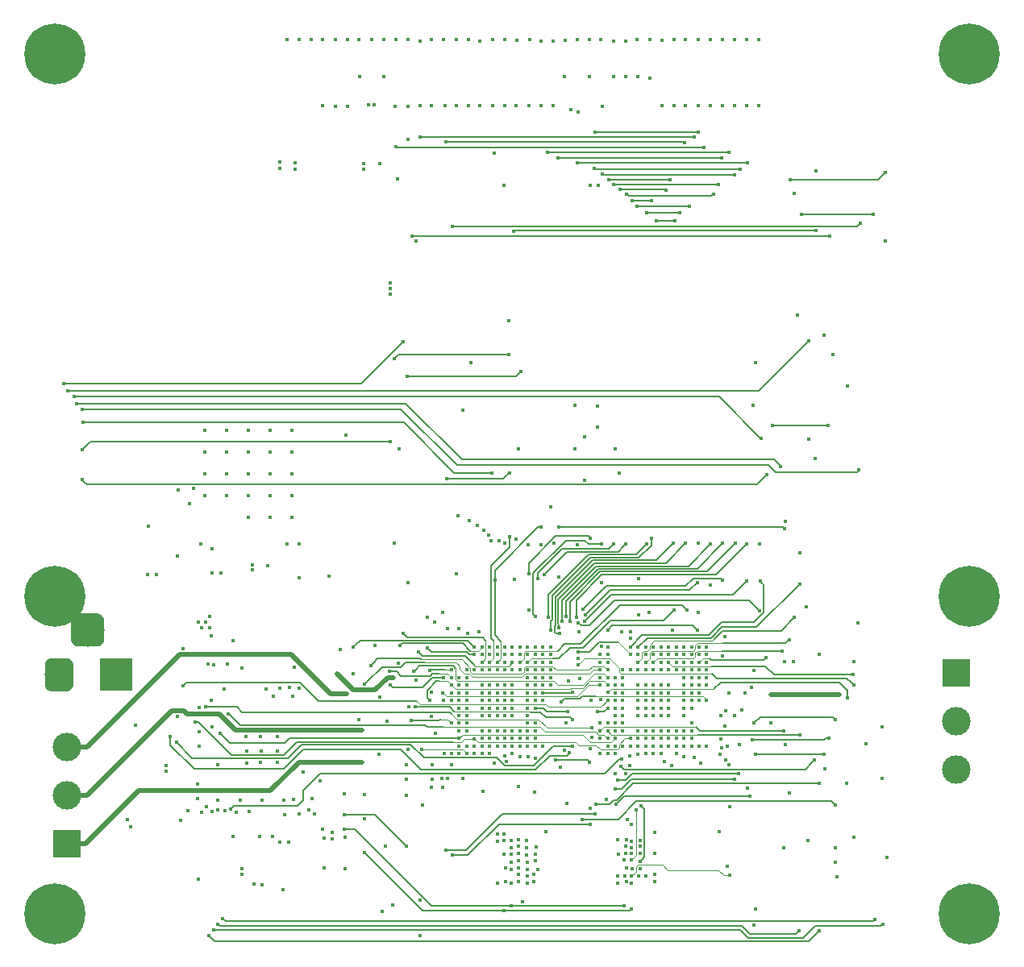
<source format=gbr>
G04 #@! TF.GenerationSoftware,KiCad,Pcbnew,5.0.2+dfsg1-1*
G04 #@! TF.CreationDate,2020-03-08T16:41:42+01:00*
G04 #@! TF.ProjectId,dlp_01,646c705f-3031-42e6-9b69-6361645f7063,rev?*
G04 #@! TF.SameCoordinates,Original*
G04 #@! TF.FileFunction,Copper,L4,Inr*
G04 #@! TF.FilePolarity,Positive*
%FSLAX46Y46*%
G04 Gerber Fmt 4.6, Leading zero omitted, Abs format (unit mm)*
G04 Created by KiCad (PCBNEW 5.0.2+dfsg1-1) date Sun 08 Mar 2020 16:41:42 CET*
%MOMM*%
%LPD*%
G01*
G04 APERTURE LIST*
G04 #@! TA.AperFunction,ViaPad*
%ADD10C,0.800000*%
G04 #@! TD*
G04 #@! TA.AperFunction,ViaPad*
%ADD11C,6.400000*%
G04 #@! TD*
G04 #@! TA.AperFunction,ViaPad*
%ADD12C,3.000000*%
G04 #@! TD*
G04 #@! TA.AperFunction,ViaPad*
%ADD13R,3.000000X3.000000*%
G04 #@! TD*
G04 #@! TA.AperFunction,Conductor*
%ADD14C,0.100000*%
G04 #@! TD*
G04 #@! TA.AperFunction,ViaPad*
%ADD15C,3.500000*%
G04 #@! TD*
G04 #@! TA.AperFunction,ViaPad*
%ADD16R,3.500000X3.500000*%
G04 #@! TD*
G04 #@! TA.AperFunction,ViaPad*
%ADD17C,0.450000*%
G04 #@! TD*
G04 #@! TA.AperFunction,Conductor*
%ADD18C,0.500000*%
G04 #@! TD*
G04 #@! TA.AperFunction,Conductor*
%ADD19C,0.150000*%
G04 #@! TD*
G04 #@! TA.AperFunction,Conductor*
%ADD20C,0.090000*%
G04 #@! TD*
G04 #@! TA.AperFunction,Conductor*
%ADD21C,0.200000*%
G04 #@! TD*
G04 APERTURE END LIST*
D10*
G04 #@! TO.N,GND*
G04 #@! TO.C,H1*
X101255646Y-54964535D03*
X99558590Y-54261591D03*
X97861534Y-54964535D03*
X97158590Y-56661591D03*
X97861534Y-58358647D03*
X99558590Y-59061591D03*
X101255646Y-58358647D03*
X101958590Y-56661591D03*
D11*
X99558590Y-56661591D03*
G04 #@! TD*
D10*
G04 #@! TO.N,GND*
G04 #@! TO.C,H2*
X101257652Y-145302944D03*
X99560596Y-144600000D03*
X97863540Y-145302944D03*
X97160596Y-147000000D03*
X97863540Y-148697056D03*
X99560596Y-149400000D03*
X101257652Y-148697056D03*
X101960596Y-147000000D03*
D11*
X99560596Y-147000000D03*
G04 #@! TD*
D10*
G04 #@! TO.N,GND*
G04 #@! TO.C,H3*
X197232353Y-54954640D03*
X195535297Y-54251696D03*
X193838241Y-54954640D03*
X193135297Y-56651696D03*
X193838241Y-58348752D03*
X195535297Y-59051696D03*
X197232353Y-58348752D03*
X197935297Y-56651696D03*
D11*
X195535297Y-56651696D03*
G04 #@! TD*
D10*
G04 #@! TO.N,GND*
G04 #@! TO.C,H4*
X197232353Y-145302944D03*
X195535297Y-144600000D03*
X193838241Y-145302944D03*
X193135297Y-147000000D03*
X193838241Y-148697056D03*
X195535297Y-149400000D03*
X197232353Y-148697056D03*
X197935297Y-147000000D03*
D11*
X195535297Y-147000000D03*
G04 #@! TD*
D10*
G04 #@! TO.N,GND*
G04 #@! TO.C,H5*
X101257652Y-111975041D03*
X99560596Y-111272097D03*
X97863540Y-111975041D03*
X97160596Y-113672097D03*
X97863540Y-115369153D03*
X99560596Y-116072097D03*
X101257652Y-115369153D03*
X101960596Y-113672097D03*
D11*
X99560596Y-113672097D03*
G04 #@! TD*
D10*
G04 #@! TO.N,GND*
G04 #@! TO.C,H6*
X197258753Y-111952241D03*
X195561697Y-111249297D03*
X193864641Y-111952241D03*
X193161697Y-113649297D03*
X193864641Y-115346353D03*
X195561697Y-116049297D03*
X197258753Y-115346353D03*
X197961697Y-113649297D03*
D11*
X195561697Y-113649297D03*
G04 #@! TD*
D12*
G04 #@! TO.N,/dlp_pmic/LEDx_CATHODE*
G04 #@! TO.C,J4*
X194200000Y-131900000D03*
G04 #@! TO.N,Net-(J4-Pad2)*
X194200000Y-126820000D03*
D13*
G04 #@! TO.N,/dlp_pmic/LED_ANODE*
X194200000Y-121740000D03*
G04 #@! TD*
D12*
G04 #@! TO.N,/dlp_pmic/LED3_CATHODE*
G04 #@! TO.C,J5*
X100800000Y-129540000D03*
G04 #@! TO.N,/dlp_pmic/LED2_CATHODE*
X100800000Y-134620000D03*
D13*
G04 #@! TO.N,/dlp_pmic/LED1_CATHODE*
X100800000Y-139700000D03*
G04 #@! TD*
D14*
G04 #@! TO.N,GND*
G04 #@! TO.C,J3*
G36*
X103960765Y-115454213D02*
X104045704Y-115466813D01*
X104128999Y-115487677D01*
X104209848Y-115516605D01*
X104287472Y-115553319D01*
X104361124Y-115597464D01*
X104430094Y-115648616D01*
X104493718Y-115706282D01*
X104551384Y-115769906D01*
X104602536Y-115838876D01*
X104646681Y-115912528D01*
X104683395Y-115990152D01*
X104712323Y-116071001D01*
X104733187Y-116154296D01*
X104745787Y-116239235D01*
X104750000Y-116325000D01*
X104750000Y-118075000D01*
X104745787Y-118160765D01*
X104733187Y-118245704D01*
X104712323Y-118328999D01*
X104683395Y-118409848D01*
X104646681Y-118487472D01*
X104602536Y-118561124D01*
X104551384Y-118630094D01*
X104493718Y-118693718D01*
X104430094Y-118751384D01*
X104361124Y-118802536D01*
X104287472Y-118846681D01*
X104209848Y-118883395D01*
X104128999Y-118912323D01*
X104045704Y-118933187D01*
X103960765Y-118945787D01*
X103875000Y-118950000D01*
X102125000Y-118950000D01*
X102039235Y-118945787D01*
X101954296Y-118933187D01*
X101871001Y-118912323D01*
X101790152Y-118883395D01*
X101712528Y-118846681D01*
X101638876Y-118802536D01*
X101569906Y-118751384D01*
X101506282Y-118693718D01*
X101448616Y-118630094D01*
X101397464Y-118561124D01*
X101353319Y-118487472D01*
X101316605Y-118409848D01*
X101287677Y-118328999D01*
X101266813Y-118245704D01*
X101254213Y-118160765D01*
X101250000Y-118075000D01*
X101250000Y-116325000D01*
X101254213Y-116239235D01*
X101266813Y-116154296D01*
X101287677Y-116071001D01*
X101316605Y-115990152D01*
X101353319Y-115912528D01*
X101397464Y-115838876D01*
X101448616Y-115769906D01*
X101506282Y-115706282D01*
X101569906Y-115648616D01*
X101638876Y-115597464D01*
X101712528Y-115553319D01*
X101790152Y-115516605D01*
X101871001Y-115487677D01*
X101954296Y-115466813D01*
X102039235Y-115454213D01*
X102125000Y-115450000D01*
X103875000Y-115450000D01*
X103960765Y-115454213D01*
X103960765Y-115454213D01*
G37*
D15*
X103000000Y-117200000D03*
D14*
G36*
X100823513Y-120153611D02*
X100896318Y-120164411D01*
X100967714Y-120182295D01*
X101037013Y-120207090D01*
X101103548Y-120238559D01*
X101166678Y-120276398D01*
X101225795Y-120320242D01*
X101280330Y-120369670D01*
X101329758Y-120424205D01*
X101373602Y-120483322D01*
X101411441Y-120546452D01*
X101442910Y-120612987D01*
X101467705Y-120682286D01*
X101485589Y-120753682D01*
X101496389Y-120826487D01*
X101500000Y-120900000D01*
X101500000Y-122900000D01*
X101496389Y-122973513D01*
X101485589Y-123046318D01*
X101467705Y-123117714D01*
X101442910Y-123187013D01*
X101411441Y-123253548D01*
X101373602Y-123316678D01*
X101329758Y-123375795D01*
X101280330Y-123430330D01*
X101225795Y-123479758D01*
X101166678Y-123523602D01*
X101103548Y-123561441D01*
X101037013Y-123592910D01*
X100967714Y-123617705D01*
X100896318Y-123635589D01*
X100823513Y-123646389D01*
X100750000Y-123650000D01*
X99250000Y-123650000D01*
X99176487Y-123646389D01*
X99103682Y-123635589D01*
X99032286Y-123617705D01*
X98962987Y-123592910D01*
X98896452Y-123561441D01*
X98833322Y-123523602D01*
X98774205Y-123479758D01*
X98719670Y-123430330D01*
X98670242Y-123375795D01*
X98626398Y-123316678D01*
X98588559Y-123253548D01*
X98557090Y-123187013D01*
X98532295Y-123117714D01*
X98514411Y-123046318D01*
X98503611Y-122973513D01*
X98500000Y-122900000D01*
X98500000Y-120900000D01*
X98503611Y-120826487D01*
X98514411Y-120753682D01*
X98532295Y-120682286D01*
X98557090Y-120612987D01*
X98588559Y-120546452D01*
X98626398Y-120483322D01*
X98670242Y-120424205D01*
X98719670Y-120369670D01*
X98774205Y-120320242D01*
X98833322Y-120276398D01*
X98896452Y-120238559D01*
X98962987Y-120207090D01*
X99032286Y-120182295D01*
X99103682Y-120164411D01*
X99176487Y-120153611D01*
X99250000Y-120150000D01*
X100750000Y-120150000D01*
X100823513Y-120153611D01*
X100823513Y-120153611D01*
G37*
D12*
X100000000Y-121900000D03*
D16*
G04 #@! TO.N,Net-(C93-Pad1)*
X106000000Y-121900000D03*
G04 #@! TD*
D17*
G04 #@! TO.N,+1V1*
X166400000Y-127000000D03*
X166400000Y-127800000D03*
X164800000Y-127800000D03*
X164800000Y-128600000D03*
X163200000Y-127800000D03*
X161600000Y-127800000D03*
X159200000Y-127800000D03*
X158400000Y-127800000D03*
X158400000Y-126200000D03*
X158400000Y-124600000D03*
X159200000Y-123800000D03*
X159200000Y-122200000D03*
X158400000Y-122200000D03*
X160800000Y-121400000D03*
X161600000Y-121400000D03*
X164000000Y-121400000D03*
X165600000Y-122200000D03*
X165600000Y-123800000D03*
X166400000Y-123000000D03*
X149200000Y-123800000D03*
X148400000Y-128600000D03*
X145200000Y-121400000D03*
X142800000Y-123800000D03*
X145200000Y-127800000D03*
X142000000Y-127800000D03*
X150000000Y-127800000D03*
X142000000Y-122200000D03*
X150000000Y-127000000D03*
X142000000Y-124600000D03*
X146800000Y-127800000D03*
X142800000Y-127800000D03*
X144400000Y-121400000D03*
X147600000Y-121400000D03*
X148400000Y-127800000D03*
X142800000Y-122200000D03*
X142000000Y-126200000D03*
X150000000Y-123000000D03*
X149200000Y-122200000D03*
X169700000Y-119900000D03*
X155773000Y-129697000D03*
X128700000Y-138500000D03*
X128669033Y-139148000D03*
X137500000Y-122500000D03*
X139100000Y-126272990D03*
X154535054Y-120200000D03*
X153474907Y-122602990D03*
X172000000Y-123800000D03*
X169500000Y-128700000D03*
G04 #@! TO.N,GND*
X119687000Y-131210000D03*
X119587000Y-128410000D03*
X122887000Y-131110000D03*
X122887000Y-128410000D03*
X121187000Y-128410000D03*
X121187000Y-131110000D03*
X122887000Y-129910000D03*
X119687000Y-129910000D03*
X116100000Y-111250000D03*
X117000000Y-111250000D03*
X110200000Y-111350000D03*
X162400000Y-124600000D03*
X161600000Y-124600000D03*
X160800000Y-124600000D03*
X162400000Y-123800000D03*
X161600000Y-123800000D03*
X160800000Y-123800000D03*
X162400000Y-125400000D03*
X161600000Y-125400000D03*
X160800000Y-125400000D03*
X160800000Y-126200000D03*
X161600000Y-126200000D03*
X162400000Y-126200000D03*
X163200000Y-125400000D03*
X163200000Y-124600000D03*
X163200000Y-123800000D03*
X164000000Y-123800000D03*
X164000000Y-124600000D03*
X164000000Y-125400000D03*
X163200000Y-126200000D03*
X164000000Y-126200000D03*
X160800000Y-123000000D03*
X161600000Y-123000000D03*
X162400000Y-123000000D03*
X163200000Y-123000000D03*
X164000000Y-123000000D03*
X165600000Y-124600000D03*
X165600000Y-125400000D03*
X165600000Y-126200000D03*
X165600000Y-128600000D03*
X164000000Y-128600000D03*
X164000000Y-127800000D03*
X162400000Y-127800000D03*
X162400000Y-128600000D03*
X160800000Y-127800000D03*
X160800000Y-128600000D03*
X158400000Y-127000000D03*
X159200000Y-125400000D03*
X158400000Y-125400000D03*
X159200000Y-124600000D03*
X158400000Y-123800000D03*
X159200000Y-123000000D03*
X159200000Y-121400000D03*
X162400000Y-121400000D03*
X164800000Y-121400000D03*
X165600000Y-121400000D03*
X166400000Y-122200000D03*
X165600000Y-123000000D03*
X166400000Y-123800000D03*
X146000000Y-123000000D03*
X149200000Y-123000000D03*
X146000000Y-123800000D03*
X146000000Y-126200000D03*
X147600000Y-128600000D03*
X146000000Y-121400000D03*
X147600000Y-126200000D03*
X142000000Y-123800000D03*
X147600000Y-123000000D03*
X144400000Y-125400000D03*
X145200000Y-123000000D03*
X146000000Y-128600000D03*
X144400000Y-128600000D03*
X146000000Y-125400000D03*
X146800000Y-126200000D03*
X142800000Y-121400000D03*
X148400000Y-121400000D03*
X142000000Y-125400000D03*
X149200000Y-124600000D03*
X146800000Y-123800000D03*
X149200000Y-128600000D03*
X145200000Y-125400000D03*
X142800000Y-124600000D03*
X147600000Y-124600000D03*
X142000000Y-127000000D03*
X147600000Y-125400000D03*
X142800000Y-123000000D03*
X147600000Y-127800000D03*
X146000000Y-124600000D03*
X142800000Y-125400000D03*
X150000000Y-122200000D03*
X145200000Y-126200000D03*
X150000000Y-123800000D03*
X146800000Y-123000000D03*
X145200000Y-124600000D03*
X149200000Y-126200000D03*
X146800000Y-124600000D03*
X145200000Y-123800000D03*
X149200000Y-121400000D03*
X144400000Y-123800000D03*
X144400000Y-126200000D03*
X146800000Y-125400000D03*
X144400000Y-123000000D03*
X149200000Y-127000000D03*
X146000000Y-127800000D03*
X147600000Y-123800000D03*
X149200000Y-125400000D03*
X144400000Y-124600000D03*
X144400000Y-127800000D03*
X162520000Y-143670000D03*
X158630000Y-143840000D03*
X161030000Y-140690000D03*
X146000000Y-143830000D03*
X147480000Y-142350000D03*
X147480000Y-140780000D03*
X146740000Y-138640000D03*
X146000000Y-139380000D03*
X146000000Y-138640000D03*
X162510000Y-138470000D03*
X147480000Y-139322991D03*
X134300000Y-139900000D03*
X127800000Y-142200000D03*
X130000000Y-142300000D03*
X107200000Y-137100000D03*
X114500000Y-134900000D03*
X114500000Y-133400000D03*
X123700000Y-136600000D03*
X120000000Y-136300000D03*
X119200000Y-121200000D03*
X116000000Y-124600000D03*
X124200000Y-123200000D03*
X133600000Y-130300000D03*
X119900000Y-105380000D03*
X122190000Y-105380000D03*
X122190000Y-103090000D03*
X124480000Y-103090000D03*
X119900000Y-103090000D03*
X117610000Y-103090000D03*
X117610000Y-100800000D03*
X119900000Y-100800000D03*
X122190000Y-100800000D03*
X115320000Y-98510000D03*
X117610000Y-98510000D03*
X119900000Y-98510000D03*
X122190000Y-98510000D03*
X122190000Y-96220000D03*
X119900000Y-96220000D03*
X109400000Y-106300000D03*
X109300000Y-111350000D03*
X136600000Y-129800000D03*
X139499998Y-128100000D03*
X142900000Y-117527000D03*
X169600000Y-129600000D03*
X153230254Y-126927010D03*
X150050000Y-140750000D03*
X176260000Y-129240000D03*
X184700000Y-129200000D03*
X176100000Y-140100000D03*
X186900000Y-141100000D03*
X181700000Y-143100000D03*
X181500000Y-140100000D03*
X178600000Y-139300000D03*
X186400000Y-127400000D03*
X131500000Y-126600000D03*
X134400000Y-126773000D03*
X121300000Y-144000000D03*
X114600000Y-143400000D03*
X116700000Y-131400000D03*
X121200000Y-129900000D03*
X152600000Y-131627000D03*
X158400000Y-132280000D03*
X108000000Y-127210000D03*
X148200000Y-98200000D03*
X142400000Y-94100000D03*
X147200000Y-84700000D03*
X178755000Y-97195000D03*
X172900000Y-93600000D03*
X177500000Y-84100000D03*
X174700000Y-127000000D03*
X155933107Y-128470763D03*
X137899998Y-149300000D03*
X173000000Y-121427000D03*
X127702002Y-138102000D03*
X158717200Y-140765213D03*
X172280995Y-133837111D03*
X115000000Y-136400000D03*
X161002010Y-139295399D03*
X161000000Y-142316607D03*
X132097990Y-137027000D03*
X132097990Y-134500000D03*
X150284503Y-142384503D03*
X151142070Y-138422863D03*
X158679021Y-139282873D03*
X136600000Y-112200000D03*
X169881031Y-117900000D03*
X123900000Y-108200000D03*
X125195000Y-108205000D03*
X141729999Y-111300000D03*
X147998065Y-107698065D03*
X139100000Y-62100000D03*
X145500000Y-62100000D03*
X144200000Y-55300000D03*
X150600000Y-55300000D03*
X183500000Y-120500000D03*
X121700000Y-123400000D03*
X135500000Y-69800000D03*
X165800000Y-62100000D03*
X123900000Y-55200000D03*
X125200000Y-55200000D03*
X137900000Y-55299994D03*
X156900000Y-55200000D03*
X165800000Y-55200000D03*
X160028200Y-118100000D03*
X168400000Y-112477019D03*
X164373000Y-117200000D03*
X123500000Y-144500004D03*
X167100000Y-115400001D03*
X114700000Y-125397990D03*
X114727010Y-127900000D03*
X114727010Y-129400008D03*
X133200000Y-118800000D03*
X118300000Y-118350000D03*
X155900000Y-124600000D03*
X153096120Y-129818846D03*
X171700000Y-125599996D03*
X107500000Y-137900000D03*
X120500000Y-143900008D03*
X153300000Y-135400000D03*
X139103058Y-133703058D03*
X172935963Y-148257010D03*
X129990000Y-134390000D03*
X149325000Y-115100000D03*
X113000000Y-119170999D03*
X135661563Y-120665447D03*
X173527010Y-108200000D03*
X154400000Y-108272990D03*
X135172990Y-108100000D03*
X139059321Y-123745989D03*
X144098058Y-117401942D03*
X154572990Y-117358192D03*
X154698065Y-122298065D03*
X169500000Y-126200000D03*
X167104021Y-108100000D03*
X161962044Y-115327010D03*
X160831022Y-111827010D03*
G04 #@! TO.N,+1V8*
X170027000Y-130820000D03*
X170337000Y-131400000D03*
X169387000Y-130290000D03*
X165600000Y-127800000D03*
X166400000Y-128600000D03*
X163200000Y-128600000D03*
X161590324Y-128609676D03*
X159180401Y-127000001D03*
X159190324Y-126209676D03*
X158400000Y-123000000D03*
X160000000Y-121400000D03*
X163200000Y-121400000D03*
X163200000Y-120600000D03*
X166400000Y-120600000D03*
X166400000Y-121400000D03*
X146800000Y-128600000D03*
X149200000Y-127800000D03*
X142000000Y-123000000D03*
X150000000Y-120600000D03*
X142800000Y-126200000D03*
X146800000Y-120600000D03*
X145200000Y-128600000D03*
X142800000Y-127000000D03*
X150000000Y-121400000D03*
X146800000Y-121400000D03*
X143600000Y-121400000D03*
X150000000Y-128600000D03*
X162510000Y-140700000D03*
X149880000Y-143660000D03*
X149880000Y-142920000D03*
X149140000Y-143830000D03*
X148230000Y-143660000D03*
X149140000Y-143090000D03*
X146910000Y-142180000D03*
X146750000Y-140780000D03*
X146740000Y-139322991D03*
X140409676Y-130197000D03*
X159380000Y-143090000D03*
X170400000Y-135800000D03*
X136700000Y-125300000D03*
X111250000Y-132050000D03*
X111250005Y-131450005D03*
X172700000Y-123200000D03*
X137900000Y-145600000D03*
X129200000Y-121800000D03*
X132000000Y-68800000D03*
X132000000Y-68200000D03*
X117700000Y-120800000D03*
X142427000Y-132790000D03*
X140800000Y-132770000D03*
X130873715Y-121834953D03*
X140154011Y-132783986D03*
X170200000Y-129400000D03*
X155800000Y-135900000D03*
X173091808Y-146520000D03*
X135145990Y-122200000D03*
X138150000Y-135610000D03*
X141240000Y-131390000D03*
X155800007Y-70500007D03*
X156600070Y-70500000D03*
X178500000Y-114800000D03*
X151600000Y-104300000D03*
X140800000Y-117100000D03*
X142000000Y-117100000D03*
X169900000Y-127345990D03*
G04 #@! TO.N,Net-(C10-Pad2)*
X166400000Y-124600000D03*
X166400001Y-125419599D03*
X170000000Y-125700000D03*
G04 #@! TO.N,Net-(C10-Pad1)*
X167200000Y-123800000D03*
X167200000Y-124600000D03*
X170321144Y-123827489D03*
G04 #@! TO.N,Net-(C33-Pad1)*
X150800000Y-124600000D03*
X150800000Y-123800000D03*
X153908355Y-123781738D03*
G04 #@! TO.N,Net-(C33-Pad2)*
X150000001Y-125419599D03*
X150000000Y-124600000D03*
X153400000Y-125795979D03*
G04 #@! TO.N,Net-(C48-Pad2)*
X124112500Y-139512500D03*
X123200000Y-139500000D03*
G04 #@! TO.N,+12V*
X118300000Y-138900000D03*
X123200000Y-123300000D03*
X125200000Y-123300000D03*
X125600000Y-132100000D03*
X127800000Y-139100000D03*
X130000000Y-139000000D03*
X115320000Y-96220000D03*
X117610000Y-96220000D03*
X115400000Y-116400000D03*
X115000000Y-117000000D03*
X115800000Y-117000000D03*
X115800000Y-115800000D03*
X125200000Y-136500000D03*
X114627010Y-116400000D03*
X116031113Y-127391874D03*
X113499990Y-136200000D03*
G04 #@! TO.N,+5V*
X122400000Y-138900000D03*
X121100000Y-138900000D03*
X130100000Y-96700000D03*
X120300000Y-110900000D03*
X120300000Y-110400000D03*
X123200000Y-68700000D03*
X123200000Y-68000000D03*
G04 #@! TO.N,/dmd/VRESET*
X160110000Y-143840000D03*
X146910000Y-143670000D03*
X160100000Y-146500000D03*
X146754001Y-146654001D03*
X132097990Y-140600000D03*
G04 #@! TO.N,Net-(C61-Pad2)*
X119000000Y-135100000D03*
G04 #@! TO.N,/dlp_pmic/VBIAS*
X159560000Y-143660000D03*
X147490000Y-143840000D03*
X126800000Y-136500000D03*
X129947998Y-138102000D03*
X159300000Y-146227000D03*
X147472999Y-146227001D03*
G04 #@! TO.N,/dlp_pmic/SUP_2P5V*
X121300000Y-135100000D03*
G04 #@! TO.N,/dmd/VOFFSET*
X148230000Y-142920000D03*
X126200000Y-136100012D03*
X148700000Y-145800000D03*
X129950000Y-136600000D03*
X136500000Y-139900000D03*
G04 #@! TO.N,Net-(C71-Pad2)*
X126600000Y-134900000D03*
G04 #@! TO.N,/dlp_pmic/SUP_5P0V*
X124600000Y-135000000D03*
X123600000Y-135100000D03*
G04 #@! TO.N,Net-(C76-Pad2)*
X116700000Y-135100000D03*
G04 #@! TO.N,Net-(C79-Pad2)*
X124500000Y-124200000D03*
X124700000Y-121100000D03*
G04 #@! TO.N,Net-(C84-Pad2)*
X127400000Y-133100000D03*
G04 #@! TO.N,/dlp_pmic/LED_ANODE*
X129500000Y-119300000D03*
X133900000Y-146800000D03*
G04 #@! TO.N,+3V3*
X134800000Y-81900000D03*
X134800000Y-81300000D03*
X119200000Y-142300000D03*
X119200000Y-142900000D03*
X146700000Y-70500000D03*
X133700000Y-68200000D03*
X124800000Y-68800000D03*
X124800000Y-68100000D03*
X134800000Y-80700000D03*
X174700000Y-124000000D03*
X181900000Y-124000000D03*
X182800000Y-91600000D03*
X173100003Y-89111082D03*
X143282995Y-89099995D03*
X160831022Y-115600000D03*
X128300000Y-111580000D03*
G04 #@! TO.N,/dlp_pmic/LED1_CATHODE*
X131800000Y-131100000D03*
G04 #@! TO.N,/dlp_pmic/LED2_CATHODE*
X131800000Y-127700000D03*
G04 #@! TO.N,/dlp_pmic/LED3_CATHODE*
X130200000Y-123900000D03*
G04 #@! TO.N,/application_connectors/BP*
X173500000Y-55200000D03*
G04 #@! TO.N,/application_connectors/MEMS_INTn*
X173500000Y-62100000D03*
G04 #@! TO.N,/application_connectors/I2C0_SCL*
X172200000Y-55200000D03*
G04 #@! TO.N,/application_connectors/HDMI_INT*
X172200000Y-62100000D03*
G04 #@! TO.N,/application_connectors/I2C0_SDA*
X170900000Y-55200000D03*
G04 #@! TO.N,/application_connectors/I2S_Din*
X170900000Y-62100000D03*
G04 #@! TO.N,/application_connectors/I2S_Dout*
X169700000Y-55200000D03*
G04 #@! TO.N,/application_connectors/I2S_FSYNC_IN*
X169700000Y-62100000D03*
G04 #@! TO.N,/application_connectors/I2S_FSYNC_OUT*
X168400000Y-55200000D03*
G04 #@! TO.N,/application_connectors/I2S_SCLK*
X168400000Y-62100000D03*
G04 #@! TO.N,/application_connectors/LCD_VSYNC*
X167100000Y-55200000D03*
G04 #@! TO.N,/application_connectors/LCD_HSYNC*
X167100000Y-62100000D03*
G04 #@! TO.N,/application_connectors/LCD_PCLK*
X164600000Y-55200000D03*
G04 #@! TO.N,/application_connectors/LCD_DATA13*
X164800000Y-119800000D03*
X164600000Y-62100000D03*
X162700000Y-74200000D03*
X164700000Y-74200000D03*
G04 #@! TO.N,/application_connectors/LCD_DE*
X163300000Y-55250000D03*
G04 #@! TO.N,/application_connectors/LCD_DATA12*
X165600000Y-119000000D03*
X163300000Y-62100000D03*
G04 #@! TO.N,/application_connectors/LCD_DATA15*
X164000000Y-119800000D03*
X162000000Y-55200000D03*
G04 #@! TO.N,/application_connectors/LCD_DATA9*
X167200000Y-119000000D03*
X162000000Y-59200000D03*
X161700000Y-73400000D03*
X165200002Y-73400000D03*
G04 #@! TO.N,/application_connectors/LCD_DATA14*
X164800000Y-119000000D03*
X160700000Y-55200000D03*
X160200000Y-72100000D03*
X162200000Y-72100000D03*
G04 #@! TO.N,/application_connectors/LCD_DATA8*
X168000000Y-119000000D03*
X160800000Y-59100000D03*
X160700000Y-72700000D03*
X166200000Y-72700000D03*
G04 #@! TO.N,/application_connectors/LCD_DATA11*
X165600000Y-119800000D03*
X159500000Y-55300000D03*
X158900000Y-70900000D03*
X163700002Y-71000000D03*
G04 #@! TO.N,/application_connectors/LCD_DATA5*
X168000000Y-121400000D03*
X168699996Y-71400000D03*
X159500000Y-59100000D03*
X159600000Y-71400000D03*
G04 #@! TO.N,/application_connectors/LCD_DATA10*
X166400000Y-119000000D03*
X158200000Y-55300000D03*
X157700000Y-69900000D03*
X164172990Y-69900000D03*
G04 #@! TO.N,/application_connectors/LCD_DATA4*
X167200000Y-121400000D03*
X169200000Y-70400000D03*
X158200000Y-59100000D03*
X158200000Y-70400004D03*
G04 #@! TO.N,/application_connectors/LCD_DATA1*
X168000000Y-123000000D03*
X170900000Y-69400000D03*
X157027000Y-62200000D03*
X157081106Y-69276912D03*
G04 #@! TO.N,/application_connectors/LCD_DATA7*
X168000000Y-120600000D03*
X155700000Y-55200000D03*
X156300000Y-64900000D03*
X167100000Y-64900000D03*
G04 #@! TO.N,/application_connectors/LCD_DATA0*
X167200000Y-123000000D03*
X171500000Y-68800000D03*
X155700000Y-59100000D03*
X156200000Y-68700000D03*
G04 #@! TO.N,/application_connectors/LCD_DATA6*
X167200000Y-120600000D03*
X154400000Y-68100000D03*
X172300000Y-68100000D03*
X174200006Y-120100000D03*
X154400000Y-55200000D03*
G04 #@! TO.N,/application_connectors/LCD_DATA3*
X168000000Y-122200000D03*
X169600000Y-67600000D03*
X153150000Y-55250000D03*
X152400006Y-67600000D03*
G04 #@! TO.N,/application_connectors/IO_B34_LN11*
X164000000Y-119000000D03*
X153100000Y-59100000D03*
G04 #@! TO.N,/application_connectors/LCD_DATA2*
X167200000Y-122200000D03*
X170300000Y-67000000D03*
X151900000Y-55300000D03*
X151300000Y-67000000D03*
G04 #@! TO.N,/application_connectors/IO_B34_LP11*
X163200000Y-119800000D03*
X151900000Y-62100000D03*
G04 #@! TO.N,/application_connectors/IO_B34_LN8*
X163200000Y-119000000D03*
X150600000Y-62100000D03*
G04 #@! TO.N,/application_connectors/IO_B34_LN7*
X149400000Y-55200000D03*
G04 #@! TO.N,/application_connectors/IO_B34_LP8*
X162400000Y-119800000D03*
X149300000Y-62100000D03*
G04 #@! TO.N,/application_connectors/IO_B34_LP7*
X148050000Y-55250000D03*
G04 #@! TO.N,/application_connectors/IO_B34_LN6*
X162400000Y-119000000D03*
X148000000Y-62100000D03*
G04 #@! TO.N,/application_connectors/IO_B34_LN5*
X146800000Y-55200000D03*
G04 #@! TO.N,/application_connectors/IO_B34_LP6*
X161600000Y-119800000D03*
X146800000Y-62100000D03*
G04 #@! TO.N,/application_connectors/IO_B34_LP5*
X145500000Y-55200000D03*
G04 #@! TO.N,/application_connectors/IO_B34_LN4*
X161600000Y-119000000D03*
X144200000Y-62100000D03*
G04 #@! TO.N,/application_connectors/IO_B34_LN3*
X143000000Y-55200000D03*
G04 #@! TO.N,/application_connectors/IO_B34_LP4*
X160800000Y-119800000D03*
X143000000Y-62100000D03*
G04 #@! TO.N,/application_connectors/IO_B34_LP3*
X141700000Y-55200000D03*
G04 #@! TO.N,/application_connectors/IO_B34_LN2*
X141700000Y-62100000D03*
G04 #@! TO.N,/application_connectors/IO_B34_LN1*
X140400000Y-55200000D03*
G04 #@! TO.N,/application_connectors/IO_B34_LP1*
X139100000Y-55200000D03*
G04 #@! TO.N,/application_connectors/IO_B13_LN21*
X136600000Y-55200000D03*
G04 #@! TO.N,/application_connectors/IO_B13_LP21*
X135400000Y-55200000D03*
G04 #@! TO.N,/application_connectors/IO_B13_LN14*
X134100000Y-55200000D03*
G04 #@! TO.N,/application_connectors/IO_B13_LP13*
X134100000Y-59100000D03*
G04 #@! TO.N,/application_connectors/IO_B13_LP14*
X132800000Y-55200000D03*
G04 #@! TO.N,/application_connectors/JTAG_NTRST*
X131500000Y-55200000D03*
G04 #@! TO.N,/application_connectors/IO_B13_LN12*
X131600000Y-59100018D03*
G04 #@! TO.N,/application_connectors/JTAG_TDO*
X130300000Y-55200000D03*
G04 #@! TO.N,/application_connectors/IO_B13_LP12*
X130300000Y-62200000D03*
G04 #@! TO.N,/application_connectors/JTAG_TDI*
X129000000Y-55200000D03*
G04 #@! TO.N,/application_connectors/IO_B13_LN11*
X129000000Y-62200000D03*
G04 #@! TO.N,/application_connectors/JTAG_TMS*
X127700000Y-55200000D03*
G04 #@! TO.N,/application_connectors/IO_B13_LP11*
X127700000Y-62100000D03*
G04 #@! TO.N,/application_connectors/JTAG_TCK*
X126500000Y-55200000D03*
G04 #@! TO.N,/application_connectors/CONTR0_SCL*
X176800000Y-69900000D03*
X186800000Y-69100000D03*
X176246334Y-105800000D03*
G04 #@! TO.N,/application_connectors/CONTR0_SDA*
X177750000Y-109100000D03*
X179500000Y-69000000D03*
G04 #@! TO.N,/application_connectors/IO_B35_LP2*
X144400000Y-119800000D03*
X141900000Y-105199998D03*
G04 #@! TO.N,/application_connectors/IO_B35_LN2*
X145200000Y-119000000D03*
X143100000Y-105700000D03*
G04 #@! TO.N,/application_connectors/IO_B35_LP4*
X145200000Y-119800000D03*
X143900000Y-106227010D03*
G04 #@! TO.N,/application_connectors/IO_B35_LN4*
X144600000Y-106700004D03*
X146000000Y-119000000D03*
G04 #@! TO.N,/application_connectors/IO_B35_LP6*
X146000000Y-119800000D03*
X145100000Y-107200000D03*
G04 #@! TO.N,/application_connectors/IO_B35_LN6*
X146800000Y-119000000D03*
X145400000Y-107800000D03*
G04 #@! TO.N,/application_connectors/IO_B35_LP8*
X146800000Y-119800000D03*
X146200000Y-107799994D03*
G04 #@! TO.N,/application_connectors/IO_B35_LN8*
X147600000Y-119000000D03*
X146800000Y-108100000D03*
G04 #@! TO.N,/application_connectors/IO_B35_LP10*
X147600000Y-119800000D03*
X149248058Y-108248058D03*
G04 #@! TO.N,/application_connectors/IO_B35_LN10*
X148400000Y-119000000D03*
X150584258Y-108211857D03*
G04 #@! TO.N,/application_connectors/IO_B35_LP14*
X148400000Y-119800000D03*
X149300000Y-111300000D03*
X155808031Y-107572990D03*
G04 #@! TO.N,/application_connectors/IO_B35_LN14*
X149200000Y-119000000D03*
X150000000Y-115800000D03*
X156972990Y-108200000D03*
G04 #@! TO.N,/application_connectors/IO_B35_LP16*
X149200000Y-119800000D03*
X158231022Y-108200000D03*
X150277002Y-111772967D03*
G04 #@! TO.N,/application_connectors/IO_B35_LN16*
X150000000Y-119000000D03*
X150908007Y-111391989D03*
X159500000Y-108200000D03*
G04 #@! TO.N,/application_connectors/IO_B35_LP18*
X150800000Y-119000000D03*
X161662052Y-108200000D03*
X151408033Y-115913426D03*
G04 #@! TO.N,/application_connectors/IO_B35_LN18*
X151600000Y-119000000D03*
X151645988Y-117199321D03*
X162195999Y-107600000D03*
G04 #@! TO.N,/application_connectors/IO_B35_LP20*
X151600000Y-120600000D03*
X164527010Y-108100000D03*
X152518969Y-117601169D03*
G04 #@! TO.N,/application_connectors/IO_B35_LN20*
X150800000Y-120600000D03*
X165800000Y-108100000D03*
X152500000Y-117000000D03*
G04 #@! TO.N,/application_connectors/IO_B35_LP22*
X168400000Y-108200000D03*
X151600000Y-121400000D03*
X152816066Y-116275640D03*
G04 #@! TO.N,/application_connectors/IO_B35_LN22*
X150800000Y-121400000D03*
X169700000Y-108100000D03*
X153241568Y-115810388D03*
G04 #@! TO.N,/application_connectors/IO_B35_LP24*
X151600000Y-122200000D03*
X171018956Y-108100000D03*
X153670078Y-116256277D03*
G04 #@! TO.N,/application_connectors/IO_B35_LP23*
X150800000Y-123000000D03*
X172200000Y-112100000D03*
X155200000Y-116300000D03*
G04 #@! TO.N,/application_connectors/IO_B35_LN24*
X150800000Y-122200000D03*
X172200000Y-108200000D03*
X154297086Y-115894222D03*
G04 #@! TO.N,/application_connectors/IO_B35_LN23*
X151600000Y-123000000D03*
X173527010Y-115200000D03*
X154524090Y-116450669D03*
G04 #@! TO.N,/dlp_pmic/LEDx_CATHODE*
X133652002Y-124273000D03*
X135000000Y-146100000D03*
G04 #@! TO.N,/MTR_SENS_POWER_OUT*
X176700000Y-134300000D03*
G04 #@! TO.N,/SENS_FOCUS*
X115700000Y-149300000D03*
X179800000Y-148799999D03*
X180400000Y-131800000D03*
X115500000Y-135800000D03*
G04 #@! TO.N,/SENS_LABB*
X186400000Y-132800000D03*
X185700000Y-147600000D03*
X117200000Y-147500000D03*
X117400000Y-136200000D03*
G04 #@! TO.N,/LS2_PWR*
X182700000Y-133300000D03*
X182800000Y-124300000D03*
X157607608Y-123783009D03*
G04 #@! TO.N,/SENS_WPC*
X116700000Y-136100000D03*
X116700000Y-148100000D03*
X177730000Y-148780000D03*
G04 #@! TO.N,/SENS_THERM*
X116200000Y-148700000D03*
X186500000Y-148100000D03*
X116100000Y-136300000D03*
G04 #@! TO.N,/THERM_PWR*
X181500000Y-141600000D03*
X181500000Y-135600000D03*
X156881772Y-124542348D03*
X154900000Y-137100000D03*
G04 #@! TO.N,Net-(Q1-Pad1)*
X115320000Y-103090000D03*
G04 #@! TO.N,/dlp_controller/SPI1_CSZ0*
X113672990Y-103900000D03*
X116200000Y-120900000D03*
G04 #@! TO.N,Net-(R1-Pad1)*
X176100000Y-127773000D03*
X176200000Y-120499992D03*
X156800544Y-127800521D03*
G04 #@! TO.N,Net-(R2-Pad1)*
X157600000Y-127800000D03*
X177800000Y-128200000D03*
X177100000Y-120500008D03*
G04 #@! TO.N,/dlp_controller/SPI1_DOUT*
X112500000Y-102500000D03*
X115600000Y-120800000D03*
G04 #@! TO.N,/dlp_controller/SPI1_CLK*
X117300000Y-123400000D03*
X114100000Y-102327010D03*
G04 #@! TO.N,Net-(R3-Pad1)*
X156800000Y-128600000D03*
X156350000Y-135502002D03*
X179800000Y-133350000D03*
X179827010Y-119730000D03*
G04 #@! TO.N,/dlp_controller/dlp_controller_gpio/SLAVE_ID*
X141200000Y-127000000D03*
X137000000Y-126700000D03*
G04 #@! TO.N,/dlp_controller/dlp_controller_gpio/HBT_IDAT*
X156800000Y-122200000D03*
X137400000Y-125300000D03*
X153942581Y-126642580D03*
G04 #@! TO.N,/dlp_controller/dlp_controller_gpio/sHBT_OCLK*
X141200000Y-121400000D03*
X138900000Y-121450000D03*
G04 #@! TO.N,/dlp_controller/dlp_controller_gpio/HBT_ICLK*
X157600000Y-122200000D03*
X137229726Y-121588057D03*
G04 #@! TO.N,Net-(R10-Pad1)*
X157600000Y-127000000D03*
X157480000Y-135010000D03*
G04 #@! TO.N,/dlp_controller/dlp_controller_gpio/sHBT_IDAT*
X140400000Y-122200000D03*
X134800000Y-123000000D03*
G04 #@! TO.N,/dlp_controller/dlp_controller_gpio/HBT_ODAT*
X156800000Y-121400000D03*
X132097990Y-122900000D03*
G04 #@! TO.N,/dlp_controller/dlp_controller_gpio/HBT_OCLK*
X157600000Y-121400000D03*
X132736501Y-120917350D03*
G04 #@! TO.N,/dlp_controller/dlp_controller_gpio/sHBT_ICLK*
X141200000Y-122200000D03*
X134700000Y-121519458D03*
G04 #@! TO.N,/dlp_controller/dlp_controller_gpio/SEQ_SYNC*
X157600000Y-123000000D03*
X141200000Y-123000000D03*
X138900000Y-124600000D03*
G04 #@! TO.N,/dlp_controller/dlp_controller_config/mSPI_CSZO*
X180772990Y-95700000D03*
X180800000Y-128600002D03*
X101600000Y-92700000D03*
X174944990Y-95700000D03*
X173720000Y-97080000D03*
X172793126Y-128741673D03*
G04 #@! TO.N,/dlp_controller/dlp_controller_config/mSPI_CLK*
X173100000Y-130300000D03*
X180300000Y-130300000D03*
X180300000Y-86200000D03*
G04 #@! TO.N,Net-(R16-Pad1)*
X168000000Y-124600000D03*
X152100000Y-130900000D03*
X152700000Y-124800010D03*
X155727010Y-131100000D03*
G04 #@! TO.N,Net-(R17-Pad1)*
X160000000Y-119000000D03*
X173600000Y-112057968D03*
G04 #@! TO.N,Net-(R18-Pad2)*
X160800000Y-119000000D03*
X177750000Y-112400000D03*
G04 #@! TO.N,/application_connectors/mHOST_IRQ*
X162400000Y-120600000D03*
X152499992Y-106400000D03*
X152495990Y-111600000D03*
X175900000Y-119400000D03*
X176200000Y-106600000D03*
G04 #@! TO.N,/dlp_controller/dlp_controller_config/mSPI_MISO*
X159200000Y-129400000D03*
X159000000Y-131500000D03*
X179300000Y-130899996D03*
X179400000Y-99200000D03*
X101800000Y-93400000D03*
X175772990Y-100020000D03*
G04 #@! TO.N,Net-(R23-Pad1)*
X157600000Y-130200000D03*
X172510000Y-134670000D03*
X171430000Y-129240000D03*
X158471950Y-135500000D03*
G04 #@! TO.N,/dlp_controller/dlp_controller_config/mSPI_MOSI*
X173000000Y-127000000D03*
X181500000Y-126600000D03*
X100900000Y-92100000D03*
X178700000Y-86850000D03*
X181300000Y-88300000D03*
G04 #@! TO.N,Net-(R25-Pad1)*
X158400000Y-129400000D03*
X170930000Y-132920000D03*
X158380000Y-133900000D03*
X170950000Y-126190000D03*
G04 #@! TO.N,/dlp_controller/LED_SEL_0*
X157600000Y-129400000D03*
X111700000Y-128400000D03*
X153600000Y-130100000D03*
G04 #@! TO.N,Net-(R27-Pad1)*
X158400000Y-130200000D03*
X171357000Y-132330000D03*
X158673065Y-133003065D03*
G04 #@! TO.N,Net-(R28-Pad1)*
X160800000Y-120600000D03*
X177200000Y-115900000D03*
X185500000Y-73500000D03*
X177927001Y-73572999D03*
G04 #@! TO.N,Net-(R29-Pad2)*
X161600000Y-120600000D03*
X176673340Y-118228305D03*
X177200000Y-71300000D03*
G04 #@! TO.N,/dlp_controller/LED_SEL_1*
X112300000Y-129000000D03*
X153900000Y-129394011D03*
G04 #@! TO.N,Net-(R31-Pad2)*
X160000000Y-119800000D03*
X154535054Y-119500000D03*
G04 #@! TO.N,Net-(R32-Pad2)*
X143600000Y-119800000D03*
X138700000Y-119099996D03*
G04 #@! TO.N,/dlp_controller/dlp_controller_config/sSPI_CSZO*
X135700000Y-98200000D03*
X102400000Y-98300000D03*
X136500000Y-132900000D03*
X134748001Y-97440000D03*
G04 #@! TO.N,/dlp_controller/dlp_controller_config/sSPI_CLK*
X136500000Y-134600000D03*
X135175001Y-88724999D03*
X147235000Y-88259082D03*
G04 #@! TO.N,Net-(R35-Pad1)*
X143600000Y-119000000D03*
X130900000Y-119000000D03*
X184100000Y-74500000D03*
X141300000Y-74800000D03*
G04 #@! TO.N,Net-(R36-Pad2)*
X144400000Y-119000000D03*
X135800000Y-118800000D03*
X180900000Y-75800000D03*
X137100000Y-75800000D03*
G04 #@! TO.N,/application_connectors/sHOST_IRQ*
X146000000Y-120600000D03*
X150600000Y-106400000D03*
X145772990Y-111944732D03*
G04 #@! TO.N,/dlp_controller/dlp_controller_config/sSPI_MISO*
X142800000Y-129400000D03*
X102500000Y-95400000D03*
X145419984Y-100700000D03*
X140700000Y-101300000D03*
X147272990Y-100697011D03*
G04 #@! TO.N,Net-(R41-Pad1)*
X141200000Y-130200000D03*
X139200000Y-132900006D03*
G04 #@! TO.N,Net-(R43-Pad1)*
X142000000Y-129400000D03*
X139200000Y-131400000D03*
G04 #@! TO.N,/dlp_controller/dlp_controller_config/sSPI_MOSI*
X136500000Y-131400000D03*
X136127001Y-86927001D03*
X100500000Y-91300000D03*
X136520000Y-90550000D03*
X148490000Y-90070000D03*
G04 #@! TO.N,Net-(R44-Pad1)*
X142000000Y-130200000D03*
X140290000Y-133700000D03*
G04 #@! TO.N,Net-(R45-Pad1)*
X142800000Y-130200000D03*
X138100000Y-129800000D03*
G04 #@! TO.N,Net-(R46-Pad1)*
X144400000Y-120600000D03*
X136127000Y-117600000D03*
X137527000Y-76300000D03*
X186800000Y-76300000D03*
G04 #@! TO.N,Net-(R47-Pad2)*
X145200000Y-120600000D03*
X147300000Y-107400000D03*
X179500000Y-75227000D03*
X147700000Y-75300000D03*
G04 #@! TO.N,/application_connectors/PDM_CVS_TE_B*
X165600000Y-120600000D03*
X135400000Y-66400000D03*
X135300000Y-62200000D03*
X167700000Y-66500000D03*
G04 #@! TO.N,/application_connectors/PDM_CVS_TE_A*
X149200000Y-120600000D03*
X164577365Y-115100014D03*
G04 #@! TO.N,Net-(R52-Pad1)*
X170200000Y-142000000D03*
G04 #@! TO.N,/dlp_controller/DMD_LS_CLK*
X160110000Y-143090000D03*
X170450000Y-142960000D03*
G04 #@! TO.N,/dlp_controller/DMD_LS_WDATA*
X161600000Y-143090000D03*
G04 #@! TO.N,Net-(R53-Pad1)*
X169300000Y-138400000D03*
G04 #@! TO.N,/dlp_controller/RC_CHARGE*
X157600000Y-124600000D03*
X112800000Y-137200000D03*
X113000000Y-123100000D03*
G04 #@! TO.N,/dlp_pmic/INTZ*
X158400000Y-128600000D03*
X142000000Y-128600000D03*
X116900000Y-128100000D03*
G04 #@! TO.N,Net-(R58-Pad2)*
X118600000Y-136400000D03*
G04 #@! TO.N,/dlp_controller/SPI1_DIN*
X116000000Y-117800000D03*
X114900000Y-108200000D03*
G04 #@! TO.N,/dlp_controller/dlp_controller_gpio/CAL_PWR*
X183420000Y-122980000D03*
X154515227Y-120872990D03*
X183420000Y-139020000D03*
G04 #@! TO.N,/application_connectors/ZYNQ_VDDIO_34*
X153700000Y-62499998D03*
X154500000Y-62800000D03*
G04 #@! TO.N,/application_connectors/ZYNQ_VDDIO_13*
X132497885Y-62064123D03*
X133097885Y-62064123D03*
G04 #@! TO.N,/application_connectors/HSYNC_B*
X164800000Y-120600000D03*
X136600000Y-62200000D03*
X136600000Y-65700000D03*
X145700000Y-67100000D03*
G04 #@! TO.N,/application_connectors/VSYNC_B*
X137900000Y-62100000D03*
X168000000Y-119800000D03*
X137900000Y-65400000D03*
X166700000Y-65399996D03*
G04 #@! TO.N,/application_connectors/DATEN_B*
X167200000Y-119800000D03*
X140500000Y-62100000D03*
X140600000Y-65900000D03*
X165700004Y-66000000D03*
G04 #@! TO.N,/application_connectors/PCLK_B*
X166400000Y-119800000D03*
X167000000Y-117200000D03*
X157600000Y-117200000D03*
X157000000Y-112200000D03*
G04 #@! TO.N,/application_connectors/HSYNC_A*
X148400000Y-120600000D03*
X165900000Y-115099998D03*
G04 #@! TO.N,/application_connectors/VSYNC_A*
X151600000Y-119800000D03*
X167000000Y-112200000D03*
X155250265Y-115619914D03*
G04 #@! TO.N,/application_connectors/DATEN_A*
X150800000Y-119800000D03*
X155040002Y-115041703D03*
X169700000Y-112000000D03*
G04 #@! TO.N,/application_connectors/PCLK_A*
X150000000Y-119800000D03*
X152000000Y-108127000D03*
G04 #@! TO.N,Net-(R92-Pad2)*
X115320000Y-100800000D03*
G04 #@! TO.N,Net-(R93-Pad2)*
X124480000Y-100800000D03*
X124480000Y-98510000D03*
X124480000Y-96220000D03*
G04 #@! TO.N,Net-(R93-Pad1)*
X124480000Y-105380000D03*
G04 #@! TO.N,/application_connectors/FPGA_RDY*
X141200000Y-123800000D03*
X140300000Y-115400000D03*
G04 #@! TO.N,/application_connectors/ACT_SYNC*
X140400000Y-124600000D03*
X138700000Y-115900000D03*
G04 #@! TO.N,/application_connectors/SUB_FRAME*
X141200000Y-124600000D03*
X139400000Y-116372990D03*
G04 #@! TO.N,/application_connectors/PROJ_ON*
X157600000Y-125400000D03*
X112400000Y-126300000D03*
X112400000Y-109400000D03*
X147800000Y-111900000D03*
X156500022Y-125800000D03*
G04 #@! TO.N,/dlp_controller/dlp_controller_gpio/mGPIO_5*
X156800000Y-127000000D03*
X155800000Y-137600000D03*
X141260000Y-140860000D03*
G04 #@! TO.N,Net-(TP2-Pad1)*
X160000000Y-117400000D03*
X158827016Y-100700000D03*
G04 #@! TO.N,Net-(TP3-Pad1)*
X159100000Y-117400000D03*
X158400006Y-98200000D03*
G04 #@! TO.N,Net-(TP4-Pad1)*
X157600000Y-119000000D03*
X155200000Y-101472990D03*
G04 #@! TO.N,Net-(TP5-Pad1)*
X154200000Y-98200000D03*
X156935307Y-118915595D03*
G04 #@! TO.N,Net-(TP6-Pad1)*
X157600000Y-119800000D03*
X155200000Y-96900000D03*
G04 #@! TO.N,Net-(TP7-Pad1)*
X156800000Y-119800000D03*
X156500004Y-95900000D03*
G04 #@! TO.N,Net-(TP8-Pad1)*
X157600000Y-120600000D03*
X156500000Y-93700000D03*
G04 #@! TO.N,Net-(TP9-Pad1)*
X156800000Y-120600000D03*
X154199992Y-93600000D03*
G04 #@! TO.N,Net-(TP10-Pad1)*
X156800000Y-130200000D03*
X156300000Y-136500000D03*
X140660000Y-140340000D03*
G04 #@! TO.N,/dlp_controller/DMD_DEN_ARSTZ*
X168000000Y-129400000D03*
X162520000Y-142920000D03*
X167400000Y-131200000D03*
G04 #@! TO.N,/dlp_controller/DMD_LS_RDATA*
X167200000Y-129400000D03*
X158630000Y-143090000D03*
G04 #@! TO.N,/dlp_controller/mDMD_HS_WDATAH_P*
X166700000Y-130600000D03*
X161030000Y-139950000D03*
G04 #@! TO.N,/dlp_controller/mDMD_HS_WDATAH_N*
X166400000Y-129400000D03*
X160093277Y-140059620D03*
G04 #@! TO.N,/dlp_controller/mDMD_HS_WDATAG_P*
X165597000Y-130500000D03*
X160097990Y-139380000D03*
G04 #@! TO.N,/dlp_controller/mDMD_HS_WDATAG_N*
X165600000Y-129400000D03*
X159546888Y-139209035D03*
G04 #@! TO.N,/dlp_controller/mDMD_HS_WDATAF_P*
X164800000Y-130200000D03*
G04 #@! TO.N,/dlp_controller/mDMD_HS_WDATAF_N*
X164800000Y-129400000D03*
X164357133Y-131411381D03*
G04 #@! TO.N,/dlp_controller/mDMD_HS_WDATAE_N*
X164000000Y-129400000D03*
X163597001Y-130996987D03*
G04 #@! TO.N,/dlp_controller/mDMD_HS_CLK_P*
X163200000Y-130200000D03*
X160071612Y-140649816D03*
X160097990Y-137600000D03*
G04 #@! TO.N,/dlp_controller/mDMD_HS_CLK_N*
X163200000Y-129400000D03*
X159496305Y-140694137D03*
X159695980Y-137100000D03*
G04 #@! TO.N,/dlp_controller/mDMD_HS_WDATAD_P*
X162400000Y-130200000D03*
X160202001Y-142265001D03*
G04 #@! TO.N,/dlp_controller/mDMD_HS_WDATAD_N*
X159550000Y-142180000D03*
X162400000Y-129400000D03*
G04 #@! TO.N,/dlp_controller/mDMD_HS_WDATAC_P*
X161600000Y-130200000D03*
X159329214Y-141392212D03*
G04 #@! TO.N,/dlp_controller/mDMD_HS_WDATAC_N*
X161600000Y-129400000D03*
X159492010Y-132265382D03*
G04 #@! TO.N,/dlp_controller/mDMD_HS_WDATAB_P*
X160794001Y-130250000D03*
X161100000Y-135700000D03*
X161020000Y-141494011D03*
G04 #@! TO.N,/dlp_controller/mDMD_HS_WDATAB_N*
X160800000Y-129400000D03*
X160071612Y-141392216D03*
X160600000Y-136100000D03*
G04 #@! TO.N,/dlp_controller/mDMD_HS_WDATAA_P*
X159527688Y-139945375D03*
X159894011Y-130450000D03*
G04 #@! TO.N,/dlp_controller/mDMD_HS_WDATAA_N*
X160000000Y-129400000D03*
X159894010Y-131411382D03*
G04 #@! TO.N,/dlp_controller/RESETZ*
X143600001Y-128619599D03*
X160000000Y-128600000D03*
X114300000Y-126900000D03*
G04 #@! TO.N,/dlp_controller/CMP_OUT*
X159100000Y-130800000D03*
X118000000Y-136000000D03*
G04 #@! TO.N,/dlp_controller/LABB_SAMPLE*
X155949238Y-127448248D03*
X115400000Y-125300000D03*
G04 #@! TO.N,/dlp_controller/dlp_controller_gpio/DA_SYNC_FSD12*
X156800000Y-123000000D03*
X140300000Y-123805999D03*
G04 #@! TO.N,/dlp_controller/sDMD_HS_WDATAA_N*
X143600000Y-129400000D03*
X148220000Y-139950000D03*
G04 #@! TO.N,/dlp_controller/sDMD_HS_WDATAA_P*
X147480000Y-140130000D03*
X143600000Y-130200000D03*
G04 #@! TO.N,/dlp_controller/sDMD_HS_WDATAB_N*
X144400001Y-129419599D03*
X149085998Y-139295401D03*
G04 #@! TO.N,/dlp_controller/sDMD_HS_WDATAB_P*
X148230000Y-139210000D03*
X144400000Y-130200000D03*
G04 #@! TO.N,/dlp_controller/sDMD_HS_WDATAC_N*
X145200000Y-129400000D03*
X145700000Y-131200000D03*
G04 #@! TO.N,/dlp_controller/sDMD_HS_WDATAC_P*
X145200000Y-130200000D03*
G04 #@! TO.N,/dlp_controller/sDMD_HS_WDATAD_N*
X146000000Y-129400000D03*
X146977011Y-131050000D03*
G04 #@! TO.N,/dlp_controller/sDMD_HS_CLK_N*
X146800000Y-129400000D03*
X148230000Y-133690000D03*
X149097990Y-140860000D03*
G04 #@! TO.N,/dlp_controller/sDMD_HS_CLK_P*
X148230000Y-140690000D03*
X144510000Y-134130000D03*
X146800000Y-130399996D03*
G04 #@! TO.N,/dlp_controller/sDMD_HS_WDATAE_N*
X147600000Y-129400000D03*
X149140000Y-142350000D03*
G04 #@! TO.N,/dlp_controller/sDMD_HS_WDATAE_P*
X147600000Y-130200000D03*
X148220000Y-142180000D03*
G04 #@! TO.N,/dlp_controller/sDMD_HS_WDATAF_N*
X148400000Y-129400000D03*
X150040000Y-141480000D03*
G04 #@! TO.N,/dlp_controller/sDMD_HS_WDATAF_P*
X149140000Y-141610000D03*
X148400000Y-130550000D03*
X149944001Y-134244001D03*
G04 #@! TO.N,/dlp_controller/sDMD_HS_WDATAG_P*
X147480000Y-141610000D03*
X149200000Y-129400000D03*
G04 #@! TO.N,/dlp_controller/sDMD_HS_WDATAG_N*
X148230000Y-141440000D03*
X149260000Y-130502010D03*
G04 #@! TO.N,/dlp_controller/sDMD_HS_WDATAH_N*
X150000000Y-129400000D03*
X150082990Y-140019996D03*
G04 #@! TO.N,/dlp_controller/sDMD_HS_WDATAH_P*
X149990324Y-130700000D03*
X149097990Y-140120000D03*
G04 #@! TO.N,/dlp_controller/sDMD_LS_RDATA*
X150800000Y-129400000D03*
X160860000Y-143090000D03*
G04 #@! TO.N,Net-(R48-Pad1)*
X164000000Y-120600000D03*
X183400000Y-121900000D03*
G04 #@! TO.N,Net-(R50-Pad1)*
X147600000Y-120600000D03*
X137700000Y-119500000D03*
G04 #@! TO.N,Net-(J2-Pad2)*
X121920000Y-110490000D03*
G04 #@! TO.N,Net-(J2-Pad4)*
X125200000Y-111710989D03*
G04 #@! TO.N,/dlp_controller/dlp_controller_gpio/SPI1_CSZ0*
X174300000Y-100900000D03*
X102400000Y-101400000D03*
G04 #@! TO.N,/dlp_controller/dlp_controller_gpio/SPI1_DOUT*
X102400000Y-94000000D03*
X184000000Y-100400000D03*
X183900000Y-116500000D03*
G04 #@! TO.N,/dlp_controller/dlp_controller_gpio/SPI1_DIN*
X157600000Y-128600000D03*
X116100000Y-108700000D03*
X117800000Y-126000000D03*
G04 #@! TO.N,Net-(R102-Pad1)*
X122500000Y-124200000D03*
G04 #@! TD*
D18*
G04 #@! TO.N,+1V8*
X134500000Y-122200000D02*
X133197999Y-123502001D01*
X133197999Y-123502001D02*
X130902001Y-123502001D01*
X130902001Y-123502001D02*
X129424999Y-122024999D01*
X129424999Y-122024999D02*
X129200000Y-121800000D01*
X135145990Y-122200000D02*
X134500000Y-122200000D01*
D19*
G04 #@! TO.N,Net-(C33-Pad1)*
X153890093Y-123800000D02*
X153908355Y-123781738D01*
X150800000Y-123800000D02*
X153890093Y-123800000D01*
G04 #@! TO.N,Net-(C33-Pad2)*
X150000000Y-125419598D02*
X150000001Y-125419599D01*
X151207949Y-125795979D02*
X153400000Y-125795979D01*
X150000001Y-125419599D02*
X150831569Y-125419599D01*
X150831569Y-125419599D02*
X151207949Y-125795979D01*
G04 #@! TO.N,/dmd/VRESET*
X159945999Y-146654001D02*
X160100000Y-146500000D01*
X146754001Y-146654001D02*
X159945999Y-146654001D01*
X138151991Y-146654001D02*
X132322989Y-140824999D01*
X132322989Y-140824999D02*
X132097990Y-140600000D01*
X146754001Y-146654001D02*
X138151991Y-146654001D01*
G04 #@! TO.N,/dlp_pmic/VBIAS*
X131033962Y-138102000D02*
X139131962Y-146200000D01*
X129947998Y-138102000D02*
X131033962Y-138102000D01*
X139131962Y-146200000D02*
X139158963Y-146227001D01*
X158372999Y-146227001D02*
X158373000Y-146227000D01*
X158373000Y-146227000D02*
X159300000Y-146227000D01*
X139158963Y-146227001D02*
X147472999Y-146227001D01*
X147472999Y-146227001D02*
X158372999Y-146227001D01*
G04 #@! TO.N,/dmd/VOFFSET*
X133200000Y-136600000D02*
X129950000Y-136600000D01*
X136500000Y-139900000D02*
X133200000Y-136600000D01*
D18*
G04 #@! TO.N,+3V3*
X174700000Y-124000000D02*
X181900000Y-124000000D01*
G04 #@! TO.N,/dlp_pmic/LED1_CATHODE*
X102800000Y-139700000D02*
X100800000Y-139700000D01*
X108400000Y-134100000D02*
X102800000Y-139700000D01*
X122200000Y-134100000D02*
X108400000Y-134100000D01*
X131800000Y-131100000D02*
X125200000Y-131100000D01*
X125200000Y-131100000D02*
X122200000Y-134100000D01*
G04 #@! TO.N,/dlp_pmic/LED2_CATHODE*
X118490962Y-127700000D02*
X116790962Y-126000000D01*
X131800000Y-127700000D02*
X118490962Y-127700000D01*
X111843321Y-125697999D02*
X102921320Y-134620000D01*
X113400000Y-126000000D02*
X113097999Y-125697999D01*
X116790962Y-126000000D02*
X113400000Y-126000000D01*
X102921320Y-134620000D02*
X100800000Y-134620000D01*
X113097999Y-125697999D02*
X111843321Y-125697999D01*
G04 #@! TO.N,/dlp_pmic/LED3_CATHODE*
X130200000Y-123900000D02*
X128500000Y-123900000D01*
X102921320Y-129540000D02*
X100800000Y-129540000D01*
X124372999Y-119772999D02*
X112688321Y-119772999D01*
X112688321Y-119772999D02*
X102921320Y-129540000D01*
X128500000Y-123900000D02*
X124372999Y-119772999D01*
D19*
G04 #@! TO.N,/application_connectors/LCD_DATA13*
X162700000Y-74200000D02*
X164700000Y-74200000D01*
G04 #@! TO.N,/application_connectors/LCD_DATA9*
X161700000Y-73400000D02*
X165200002Y-73400000D01*
G04 #@! TO.N,/application_connectors/LCD_DATA14*
X160200000Y-72100000D02*
X162200000Y-72100000D01*
G04 #@! TO.N,/application_connectors/LCD_DATA8*
X160700000Y-72700000D02*
X166200000Y-72700000D01*
G04 #@! TO.N,/application_connectors/LCD_DATA11*
X158900000Y-70900000D02*
X163600002Y-70900000D01*
X163600002Y-70900000D02*
X163700002Y-71000000D01*
G04 #@! TO.N,/application_connectors/LCD_DATA5*
X168699996Y-71400000D02*
X168474997Y-71624999D01*
X168474997Y-71624999D02*
X159824999Y-71624999D01*
X159824999Y-71624999D02*
X159600000Y-71400000D01*
G04 #@! TO.N,/application_connectors/LCD_DATA10*
X157700000Y-69900000D02*
X164172990Y-69900000D01*
G04 #@! TO.N,/application_connectors/LCD_DATA4*
X158518198Y-70400004D02*
X158200000Y-70400004D01*
X169200000Y-70400000D02*
X158518202Y-70400000D01*
X158518202Y-70400000D02*
X158518198Y-70400004D01*
G04 #@! TO.N,/application_connectors/LCD_DATA1*
X170900000Y-69400000D02*
X157204194Y-69400000D01*
X157204194Y-69400000D02*
X157081106Y-69276912D01*
G04 #@! TO.N,/application_connectors/LCD_DATA7*
X156300000Y-64900000D02*
X167100000Y-64900000D01*
G04 #@! TO.N,/application_connectors/LCD_DATA0*
X171500000Y-68800000D02*
X156300000Y-68800000D01*
X156300000Y-68800000D02*
X156200000Y-68700000D01*
G04 #@! TO.N,/application_connectors/LCD_DATA6*
X172300000Y-68100000D02*
X154400000Y-68100000D01*
D20*
X167200000Y-120600000D02*
X167600000Y-120200000D01*
X167600000Y-120200000D02*
X168300000Y-120200000D01*
D19*
X173904901Y-120395105D02*
X173975007Y-120324999D01*
X173975007Y-120324999D02*
X174200006Y-120100000D01*
X168495105Y-120395105D02*
X173904901Y-120395105D01*
X168300000Y-120200000D02*
X168495105Y-120395105D01*
G04 #@! TO.N,/application_connectors/LCD_DATA3*
X169600000Y-67600000D02*
X152400006Y-67600000D01*
G04 #@! TO.N,/application_connectors/LCD_DATA2*
X170300000Y-67000000D02*
X152400000Y-67000000D01*
X151300000Y-67000000D02*
X152400000Y-67000000D01*
G04 #@! TO.N,/application_connectors/CONTR0_SCL*
X186000000Y-69900000D02*
X186800000Y-69100000D01*
X176800000Y-69900000D02*
X186000000Y-69900000D01*
G04 #@! TO.N,/application_connectors/IO_B35_LP14*
X155583032Y-107347991D02*
X155808031Y-107572990D01*
X152152009Y-107347991D02*
X155583032Y-107347991D01*
X149300000Y-110200000D02*
X152152009Y-107347991D01*
X149300000Y-111300000D02*
X149300000Y-110200000D01*
G04 #@! TO.N,/application_connectors/IO_B35_LN14*
X156654792Y-108200000D02*
X156972990Y-108200000D01*
X149775001Y-115575001D02*
X149775001Y-111224999D01*
X153200000Y-107800000D02*
X155200000Y-107800000D01*
X150000000Y-115800000D02*
X149775001Y-115575001D01*
X149775001Y-111224999D02*
X153200000Y-107800000D01*
X155200000Y-107800000D02*
X155600000Y-108200000D01*
X155600000Y-108200000D02*
X156654792Y-108200000D01*
G04 #@! TO.N,/application_connectors/IO_B35_LP16*
X150277002Y-111454769D02*
X150277002Y-111772967D01*
X150277002Y-111222998D02*
X150277002Y-111454769D01*
X157731022Y-108700000D02*
X152800000Y-108700000D01*
X152800000Y-108700000D02*
X150277002Y-111222998D01*
X158231022Y-108200000D02*
X157731022Y-108700000D01*
G04 #@! TO.N,/application_connectors/IO_B35_LN16*
X153295982Y-109004014D02*
X158695986Y-109004014D01*
X159275001Y-108424999D02*
X159500000Y-108200000D01*
X150908007Y-111391989D02*
X153295982Y-109004014D01*
X158695986Y-109004014D02*
X159275001Y-108424999D01*
G04 #@! TO.N,/application_connectors/IO_B35_LP18*
X161662052Y-108200000D02*
X160562052Y-109300000D01*
X151408033Y-113491967D02*
X151408033Y-115595228D01*
X155600000Y-109300000D02*
X151408033Y-113491967D01*
X160562052Y-109300000D02*
X155600000Y-109300000D01*
X151408033Y-115595228D02*
X151408033Y-115913426D01*
G04 #@! TO.N,/application_connectors/IO_B35_LN18*
X151835035Y-116118388D02*
X151645988Y-116307435D01*
X155800000Y-109600000D02*
X151835035Y-113564965D01*
X151835035Y-113564965D02*
X151835035Y-116118388D01*
X162195999Y-108298017D02*
X160894016Y-109600000D01*
X162195999Y-107600000D02*
X162195999Y-108298017D01*
X151645988Y-116881123D02*
X151645988Y-117199321D01*
X151645988Y-116307435D02*
X151645988Y-116881123D01*
X160894016Y-109600000D02*
X155800000Y-109600000D01*
G04 #@! TO.N,/application_connectors/IO_B35_LP20*
X156000000Y-109900000D02*
X152112045Y-113787955D01*
X152112045Y-116681044D02*
X152072998Y-116720091D01*
X152072998Y-116720091D02*
X152072998Y-117473396D01*
X164527010Y-108100000D02*
X162727011Y-109899999D01*
X162727011Y-109899999D02*
X156000000Y-109900000D01*
X152200771Y-117601169D02*
X152518969Y-117601169D01*
X152112045Y-113787955D02*
X152112045Y-116681044D01*
X152072998Y-117473396D02*
X152200771Y-117601169D01*
G04 #@! TO.N,/application_connectors/IO_B35_LN20*
X152389056Y-116570858D02*
X152500000Y-116681802D01*
X152500000Y-116681802D02*
X152500000Y-117000000D01*
X165800000Y-108100000D02*
X163722990Y-110177010D01*
X152389056Y-114010944D02*
X152389056Y-116570858D01*
X156222990Y-110177010D02*
X152389056Y-114010944D01*
X163722990Y-110177010D02*
X156222990Y-110177010D01*
G04 #@! TO.N,/application_connectors/IO_B35_LP22*
X152814558Y-114085442D02*
X152814558Y-115955934D01*
X156400000Y-110500000D02*
X152814558Y-114085442D01*
X166100000Y-110500000D02*
X156400000Y-110500000D01*
X168400000Y-108200000D02*
X166100000Y-110500000D01*
X152814558Y-115955934D02*
X152816066Y-115957442D01*
X152816066Y-115957442D02*
X152816066Y-116275640D01*
G04 #@! TO.N,/application_connectors/IO_B35_LN22*
X169700000Y-108100000D02*
X167000000Y-110800000D01*
X153241568Y-114158432D02*
X153241568Y-115492190D01*
X156600000Y-110800000D02*
X153241568Y-114158432D01*
X167000000Y-110800000D02*
X156600000Y-110800000D01*
X153241568Y-115492190D02*
X153241568Y-115810388D01*
G04 #@! TO.N,/application_connectors/IO_B35_LP24*
X168041946Y-111077010D02*
X156822990Y-111077010D01*
X156822990Y-111077010D02*
X153670078Y-114229922D01*
X153670078Y-114229922D02*
X153670078Y-115938079D01*
X153670078Y-115938079D02*
X153670078Y-116256277D01*
X171018956Y-108100000D02*
X168041946Y-111077010D01*
G04 #@! TO.N,/application_connectors/IO_B35_LP23*
X170800000Y-113500000D02*
X172200000Y-112100000D01*
X155200000Y-116300000D02*
X158000000Y-113500000D01*
X158000000Y-113500000D02*
X170800000Y-113500000D01*
G04 #@! TO.N,/application_connectors/IO_B35_LN24*
X157000000Y-111400000D02*
X154297086Y-114102914D01*
X154297086Y-114102914D02*
X154297086Y-115576024D01*
X154297086Y-115576024D02*
X154297086Y-115894222D01*
X169000000Y-111400000D02*
X157000000Y-111400000D01*
X172200000Y-108200000D02*
X169000000Y-111400000D01*
G04 #@! TO.N,/application_connectors/IO_B35_LN23*
X158300000Y-114100000D02*
X172427010Y-114100000D01*
X155672999Y-116727001D02*
X158300000Y-114100000D01*
X154524090Y-116450669D02*
X154800422Y-116727001D01*
X172427010Y-114100000D02*
X173527010Y-115200000D01*
X154800422Y-116727001D02*
X155672999Y-116727001D01*
G04 #@! TO.N,/SENS_FOCUS*
X179575001Y-149024998D02*
X179800000Y-148799999D01*
X178699999Y-149900000D02*
X179575001Y-149024998D01*
X115700000Y-149300000D02*
X116300000Y-149900000D01*
X116300000Y-149900000D02*
X178699999Y-149900000D01*
G04 #@! TO.N,/SENS_LABB*
X117530000Y-147830000D02*
X117200000Y-147500000D01*
X185700000Y-147600000D02*
X185470000Y-147830000D01*
X185470000Y-147830000D02*
X117530000Y-147830000D01*
D20*
G04 #@! TO.N,/LS2_PWR*
X168747001Y-123402999D02*
X157987618Y-123402999D01*
X157832607Y-123558010D02*
X157607608Y-123783009D01*
X157987618Y-123402999D02*
X157832607Y-123558010D01*
D19*
X182800000Y-123981802D02*
X182800000Y-124300000D01*
X182800000Y-123600000D02*
X182800000Y-123981802D01*
X168747001Y-123402999D02*
X169450000Y-122700000D01*
X181900000Y-122700000D02*
X182800000Y-123600000D01*
X169450000Y-122700000D02*
X181900000Y-122700000D01*
G04 #@! TO.N,/SENS_WPC*
X177330000Y-149180000D02*
X177730000Y-148780000D01*
X171724999Y-148324999D02*
X172580000Y-149180000D01*
X116700000Y-148100000D02*
X116924999Y-148324999D01*
X172580000Y-149180000D02*
X177330000Y-149180000D01*
X116924999Y-148324999D02*
X171724999Y-148324999D01*
G04 #@! TO.N,/SENS_THERM*
X179375001Y-148324999D02*
X186275001Y-148324999D01*
X178120000Y-149580000D02*
X179375001Y-148324999D01*
X172380000Y-149580000D02*
X178120000Y-149580000D01*
X116200000Y-148700000D02*
X171500000Y-148700000D01*
X186275001Y-148324999D02*
X186500000Y-148100000D01*
X171500000Y-148700000D02*
X172380000Y-149580000D01*
G04 #@! TO.N,/THERM_PWR*
X160600000Y-135200000D02*
X158700000Y-137100000D01*
X155218198Y-137100000D02*
X154900000Y-137100000D01*
X158700000Y-137100000D02*
X155218198Y-137100000D01*
X181500000Y-135600000D02*
X181100000Y-135200000D01*
X181100000Y-135200000D02*
X160600000Y-135200000D01*
D20*
G04 #@! TO.N,Net-(R1-Pad1)*
X166897001Y-127397001D02*
X157204064Y-127397001D01*
X157025543Y-127575522D02*
X156800544Y-127800521D01*
X157204064Y-127397001D02*
X157025543Y-127575522D01*
D19*
X167273000Y-127773000D02*
X166897001Y-127397001D01*
X176100000Y-127773000D02*
X167273000Y-127773000D01*
D20*
G04 #@! TO.N,Net-(R2-Pad1)*
X157600000Y-127800000D02*
X158000000Y-128200000D01*
X158000000Y-128200000D02*
X167000000Y-128200000D01*
D19*
X177481802Y-128200000D02*
X177800000Y-128200000D01*
X167000000Y-128200000D02*
X177481802Y-128200000D01*
G04 #@! TO.N,Net-(R3-Pad1)*
X179481802Y-133350000D02*
X179800000Y-133350000D01*
X156350000Y-135502002D02*
X157766036Y-135502002D01*
X160250000Y-133350000D02*
X179481802Y-133350000D01*
X157766036Y-135502002D02*
X158195039Y-135072999D01*
X158527001Y-135072999D02*
X160250000Y-133350000D01*
X158195039Y-135072999D02*
X158527001Y-135072999D01*
G04 #@! TO.N,/dlp_controller/dlp_controller_gpio/SLAVE_ID*
X139860808Y-126700000D02*
X137318198Y-126700000D01*
X140100000Y-126600000D02*
X139960808Y-126600000D01*
X137318198Y-126700000D02*
X137000000Y-126700000D01*
X139960808Y-126600000D02*
X139860808Y-126700000D01*
D20*
X140800000Y-126600000D02*
X140000000Y-126600000D01*
X141200000Y-127000000D02*
X140800000Y-126600000D01*
D19*
G04 #@! TO.N,/dlp_controller/dlp_controller_gpio/HBT_IDAT*
X149603400Y-125846600D02*
X150553400Y-125846600D01*
X153717582Y-126417581D02*
X153942581Y-126642580D01*
X153713034Y-126413033D02*
X153717582Y-126417581D01*
X150553400Y-125846600D02*
X151119833Y-126413033D01*
X151119833Y-126413033D02*
X153713034Y-126413033D01*
D20*
X149003441Y-125802999D02*
X141502999Y-125802999D01*
X149603400Y-125846600D02*
X149559799Y-125802999D01*
X149559799Y-125802999D02*
X149003441Y-125802999D01*
D19*
X141000000Y-125300000D02*
X137400000Y-125300000D01*
X141502999Y-125802999D02*
X141000000Y-125300000D01*
D20*
G04 #@! TO.N,/dlp_controller/dlp_controller_gpio/sHBT_OCLK*
X141200000Y-121400000D02*
X140300000Y-121400000D01*
D19*
X138950000Y-121400000D02*
X138900000Y-121450000D01*
X140500000Y-121400000D02*
X138950000Y-121400000D01*
D20*
G04 #@! TO.N,/dlp_controller/dlp_controller_gpio/HBT_ICLK*
X157600000Y-122200000D02*
X157202999Y-121802999D01*
X156352999Y-121802999D02*
X156302999Y-121802999D01*
X141568781Y-121181219D02*
X141443781Y-121056219D01*
X156502999Y-121802999D02*
X156352999Y-121802999D01*
X157202999Y-121802999D02*
X156502999Y-121802999D01*
D19*
X141404961Y-120972999D02*
X137844784Y-120972999D01*
X141568781Y-121181219D02*
X141568781Y-121136819D01*
X137844784Y-120972999D02*
X137454725Y-121363058D01*
X137454725Y-121363058D02*
X137229726Y-121588057D01*
X141568781Y-121136819D02*
X141404961Y-120972999D01*
D20*
X156197001Y-121802999D02*
X156502999Y-121802999D01*
X141568781Y-121181219D02*
X141600000Y-121212438D01*
X141600000Y-122387562D02*
X141809439Y-122597001D01*
X152000000Y-122597001D02*
X152402999Y-123000000D01*
X152402999Y-123000000D02*
X155000000Y-123000000D01*
X155000000Y-123000000D02*
X156197001Y-121802999D01*
X141600000Y-121212438D02*
X141600000Y-122387562D01*
X141809439Y-122597001D02*
X152000000Y-122597001D01*
D19*
G04 #@! TO.N,/dlp_controller/dlp_controller_gpio/sHBT_IDAT*
X140400000Y-122200000D02*
X139200000Y-122200000D01*
X139200000Y-122200000D02*
X138172999Y-123227001D01*
X135024999Y-123224999D02*
X134800000Y-123000000D01*
X135027001Y-123227001D02*
X135024999Y-123224999D01*
X138172999Y-123227001D02*
X135027001Y-123227001D01*
D20*
G04 #@! TO.N,/dlp_controller/dlp_controller_gpio/HBT_ODAT*
X156100000Y-121400000D02*
X156500000Y-121400000D01*
X155697001Y-121802999D02*
X156100000Y-121400000D01*
X148891461Y-121802999D02*
X155697001Y-121802999D01*
X156500000Y-121400000D02*
X156800000Y-121400000D01*
X143405540Y-122100000D02*
X148594460Y-122100000D01*
X141700000Y-120600000D02*
X142100000Y-121000000D01*
X138400000Y-120600000D02*
X141700000Y-120600000D01*
X142100000Y-121000000D02*
X142100000Y-121300000D01*
X148594460Y-122100000D02*
X148891461Y-121802999D01*
X142597001Y-121797001D02*
X143102541Y-121797001D01*
X142100000Y-121300000D02*
X142597001Y-121797001D01*
X143102541Y-121797001D02*
X143405540Y-122100000D01*
D19*
X135866524Y-121092448D02*
X133905542Y-121092448D01*
X132322989Y-122675001D02*
X132097990Y-122900000D01*
X133905542Y-121092448D02*
X132322989Y-122675001D01*
X138400000Y-120600000D02*
X136358972Y-120600000D01*
X136358972Y-120600000D02*
X135866524Y-121092448D01*
D20*
G04 #@! TO.N,/dlp_controller/dlp_controller_gpio/HBT_OCLK*
X157375001Y-121175001D02*
X157600000Y-121400000D01*
X157202999Y-121002999D02*
X157375001Y-121175001D01*
X152200000Y-121400000D02*
X155605998Y-121400000D01*
X151802999Y-121002999D02*
X152200000Y-121400000D01*
X149009439Y-121002999D02*
X151802999Y-121002999D01*
X148797001Y-121215437D02*
X149009439Y-121002999D01*
X156002999Y-121002999D02*
X157202999Y-121002999D01*
X148797001Y-121590561D02*
X148797001Y-121215437D01*
X142287562Y-120300000D02*
X143197001Y-121209439D01*
X155605998Y-121400000D02*
X156002999Y-121002999D01*
X138100000Y-120300000D02*
X142287562Y-120300000D01*
X143197001Y-121584563D02*
X143409439Y-121797001D01*
X143197001Y-121209439D02*
X143197001Y-121584563D01*
X143409439Y-121797001D02*
X148590561Y-121797001D01*
X148590561Y-121797001D02*
X148797001Y-121590561D01*
D19*
X132961500Y-120692351D02*
X132736501Y-120917350D01*
X137908248Y-120200000D02*
X133453851Y-120200000D01*
X133453851Y-120200000D02*
X132961500Y-120692351D01*
X138100000Y-120300000D02*
X138008248Y-120300000D01*
X138008248Y-120300000D02*
X137908248Y-120200000D01*
D20*
G04 #@! TO.N,/dlp_controller/dlp_controller_gpio/sHBT_ICLK*
X141200000Y-122200000D02*
X140802999Y-121802999D01*
X140802999Y-121802999D02*
X139902999Y-121802999D01*
D19*
X135915059Y-122015059D02*
X135419458Y-121519458D01*
X135018198Y-121519458D02*
X134700000Y-121519458D01*
X135419458Y-121519458D02*
X135018198Y-121519458D01*
X138984941Y-122015059D02*
X135915059Y-122015059D01*
X139200000Y-121800000D02*
X138984941Y-122015059D01*
X139902999Y-121802999D02*
X139900000Y-121800000D01*
X139900000Y-121800000D02*
X139200000Y-121800000D01*
D20*
G04 #@! TO.N,/dlp_controller/dlp_controller_gpio/SEQ_SYNC*
X140802999Y-122602999D02*
X139902999Y-122602999D01*
X141200000Y-123000000D02*
X140802999Y-122602999D01*
D19*
X139902999Y-122602999D02*
X139570349Y-122602999D01*
X138632320Y-124332320D02*
X138675001Y-124375001D01*
X139570349Y-122602999D02*
X138632320Y-123541028D01*
X138675001Y-124375001D02*
X138900000Y-124600000D01*
X138632320Y-123541028D02*
X138632320Y-124332320D01*
D20*
X141424999Y-123224999D02*
X141200000Y-123000000D01*
X141602999Y-123402999D02*
X141424999Y-123224999D01*
X157197001Y-122597001D02*
X155709898Y-122597001D01*
X157600000Y-123000000D02*
X157197001Y-122597001D01*
X155709898Y-122597001D02*
X155006899Y-123300000D01*
X155006899Y-123300000D02*
X153799287Y-123300000D01*
X153799287Y-123300000D02*
X153696288Y-123402999D01*
X153696288Y-123402999D02*
X141602999Y-123402999D01*
D19*
G04 #@! TO.N,/dlp_controller/dlp_controller_config/mSPI_CSZO*
X180772990Y-95700000D02*
X174944990Y-95700000D01*
X169300000Y-92700000D02*
X101600000Y-92700000D01*
X173720000Y-97080000D02*
X173680000Y-97080000D01*
X173680000Y-97080000D02*
X169300000Y-92700000D01*
X180800000Y-128600002D02*
X180481802Y-128600002D01*
X180340131Y-128741673D02*
X173111324Y-128741673D01*
X173111324Y-128741673D02*
X172793126Y-128741673D01*
X180481802Y-128600002D02*
X180340131Y-128741673D01*
G04 #@! TO.N,/dlp_controller/dlp_controller_config/mSPI_CLK*
X173100000Y-130300000D02*
X180300000Y-130300000D01*
D20*
G04 #@! TO.N,Net-(R16-Pad1)*
X167775001Y-124375001D02*
X168000000Y-124600000D01*
X157502999Y-124197001D02*
X167597001Y-124197001D01*
X157445347Y-124145347D02*
X157500000Y-124200000D01*
X156354653Y-124145347D02*
X157445347Y-124145347D01*
X157500000Y-124200000D02*
X157502999Y-124197001D01*
X156300000Y-124200000D02*
X156354653Y-124145347D01*
X167597001Y-124197001D02*
X167775001Y-124375001D01*
D19*
X152100000Y-130900000D02*
X155527010Y-130900000D01*
X155527010Y-130900000D02*
X155727010Y-131100000D01*
X152924999Y-124575011D02*
X152700000Y-124800010D01*
X153074251Y-124425759D02*
X152924999Y-124575011D01*
X154711131Y-124425759D02*
X153074251Y-124425759D01*
X156327001Y-124172999D02*
X154963891Y-124172999D01*
X154963891Y-124172999D02*
X154711131Y-124425759D01*
G04 #@! TO.N,Net-(R17-Pad1)*
X160000000Y-119000000D02*
X161222989Y-117777011D01*
X161222989Y-117777011D02*
X168199155Y-117777011D01*
X173824999Y-112282967D02*
X173600000Y-112057968D01*
X168199155Y-117777011D02*
X169576166Y-116400000D01*
X169576166Y-116400000D02*
X172958972Y-116400000D01*
X172958972Y-116400000D02*
X173954011Y-115404961D01*
X173954011Y-115404961D02*
X173954011Y-112411979D01*
X173954011Y-112411979D02*
X173824999Y-112282967D01*
G04 #@! TO.N,Net-(R18-Pad2)*
X160800000Y-119000000D02*
X161745978Y-118054022D01*
X161745978Y-118054022D02*
X168445978Y-118054022D01*
X173250000Y-116900000D02*
X177750000Y-112400000D01*
X169600000Y-116900000D02*
X173250000Y-116900000D01*
X168445978Y-118054022D02*
X169600000Y-116900000D01*
D20*
G04 #@! TO.N,/application_connectors/mHOST_IRQ*
X162400000Y-120600000D02*
X162800000Y-120200000D01*
X166802999Y-119609439D02*
X167012438Y-119400000D01*
X166802999Y-119984563D02*
X166802999Y-119609439D01*
X166590561Y-120197001D02*
X166802999Y-119984563D01*
X162800000Y-120200000D02*
X162802999Y-120197001D01*
X162802999Y-120197001D02*
X166590561Y-120197001D01*
X169600000Y-119400000D02*
X169650000Y-119400000D01*
X167012438Y-119400000D02*
X169600000Y-119400000D01*
D19*
X169600000Y-119400000D02*
X175900000Y-119400000D01*
X152499992Y-106400000D02*
X176000000Y-106400000D01*
X176000000Y-106400000D02*
X176200000Y-106600000D01*
G04 #@! TO.N,/dlp_controller/dlp_controller_config/mSPI_MISO*
X178361614Y-131838382D02*
X179075001Y-131124995D01*
X159338382Y-131838382D02*
X178361614Y-131838382D01*
X179075001Y-131124995D02*
X179300000Y-130899996D01*
X159000000Y-131500000D02*
X159338382Y-131838382D01*
X175547991Y-99795001D02*
X175772990Y-100020000D01*
X175052990Y-99300000D02*
X175547991Y-99795001D01*
X142300000Y-99300000D02*
X175052990Y-99300000D01*
X101800000Y-93400000D02*
X136400000Y-93400000D01*
X136400000Y-93400000D02*
X142300000Y-99300000D01*
G04 #@! TO.N,Net-(R23-Pad1)*
X172510000Y-134670000D02*
X159321950Y-134670000D01*
X158491950Y-135500000D02*
X158471950Y-135500000D01*
X159321950Y-134670000D02*
X158491950Y-135500000D01*
G04 #@! TO.N,/dlp_controller/dlp_controller_config/mSPI_MOSI*
X173000000Y-127000000D02*
X173624999Y-126375001D01*
X173624999Y-126375001D02*
X181275001Y-126375001D01*
X181275001Y-126375001D02*
X181500000Y-126600000D01*
X173450000Y-92100000D02*
X178475001Y-87074999D01*
X100900000Y-92100000D02*
X173450000Y-92100000D01*
X178475001Y-87074999D02*
X178700000Y-86850000D01*
G04 #@! TO.N,Net-(R25-Pad1)*
X160080000Y-132920000D02*
X170930000Y-132920000D01*
X158380000Y-133900000D02*
X159100000Y-133900000D01*
X159100000Y-133900000D02*
X160080000Y-132920000D01*
G04 #@! TO.N,/dlp_controller/LED_SEL_0*
X149992999Y-131907001D02*
X151500000Y-130400000D01*
X151500000Y-130400000D02*
X153300000Y-130400000D01*
X138007001Y-131907001D02*
X149992999Y-131907001D01*
X153375001Y-130324999D02*
X153600000Y-130100000D01*
X111700000Y-129300000D02*
X114227001Y-131827001D01*
X123572999Y-131827001D02*
X125600000Y-129800000D01*
X135900000Y-129800000D02*
X138007001Y-131907001D01*
X111700000Y-128400000D02*
X111700000Y-129300000D01*
X153300000Y-130400000D02*
X153375001Y-130324999D01*
X114227001Y-131827001D02*
X123572999Y-131827001D01*
X125600000Y-129800000D02*
X135900000Y-129800000D01*
G04 #@! TO.N,Net-(R27-Pad1)*
X160170000Y-132330000D02*
X171357000Y-132330000D01*
X158673065Y-133003065D02*
X159496935Y-133003065D01*
X159496935Y-133003065D02*
X160170000Y-132330000D01*
G04 #@! TO.N,Net-(R28-Pad1)*
X185500000Y-73500000D02*
X178000000Y-73500000D01*
X178000000Y-73500000D02*
X177927001Y-73572999D01*
D20*
X162462438Y-118350000D02*
X168650000Y-118350000D01*
X162002999Y-118809439D02*
X162462438Y-118350000D01*
X161197001Y-120202999D02*
X161197001Y-119615437D01*
X160800000Y-120600000D02*
X161197001Y-120202999D01*
X161415437Y-119397001D02*
X161796559Y-119397001D01*
X168650000Y-118350000D02*
X168800000Y-118200000D01*
X161197001Y-119615437D02*
X161415437Y-119397001D01*
X161796559Y-119397001D02*
X162002999Y-119190561D01*
X162002999Y-119190561D02*
X162002999Y-118809439D01*
D19*
X175800000Y-117300000D02*
X177200000Y-115900000D01*
X169700000Y-117300000D02*
X175800000Y-117300000D01*
X168800000Y-118200000D02*
X169700000Y-117300000D01*
G04 #@! TO.N,Net-(R29-Pad2)*
X176301645Y-118600000D02*
X176448341Y-118453304D01*
X169700000Y-118600000D02*
X176301645Y-118600000D01*
X176448341Y-118453304D02*
X176673340Y-118228305D01*
D20*
X167012438Y-118600000D02*
X169700000Y-118600000D01*
X162215437Y-119397001D02*
X166590561Y-119397001D01*
X166802999Y-119184563D02*
X166802999Y-118809439D01*
X162002999Y-119697001D02*
X162002999Y-119609439D01*
X166802999Y-118809439D02*
X167012438Y-118600000D01*
X162002999Y-119609439D02*
X162215437Y-119397001D01*
X162002999Y-120197001D02*
X162002999Y-119697001D01*
X166590561Y-119397001D02*
X166802999Y-119184563D01*
X162000000Y-120200000D02*
X162002999Y-120197001D01*
X161600000Y-120600000D02*
X162000000Y-120200000D01*
D19*
G04 #@! TO.N,/dlp_controller/LED_SEL_1*
X153581802Y-129394011D02*
X153900000Y-129394011D01*
X153579636Y-129391845D02*
X153581802Y-129394011D01*
X145922050Y-130627001D02*
X146772050Y-131477001D01*
X146772050Y-131477001D02*
X149822999Y-131477001D01*
X112300000Y-129000000D02*
X113982999Y-130682999D01*
X124017001Y-130682999D02*
X125449983Y-129250017D01*
X151908155Y-129391845D02*
X153579636Y-129391845D01*
X149822999Y-131477001D02*
X151908155Y-129391845D01*
X125449983Y-129250017D02*
X136918055Y-129250017D01*
X113982999Y-130682999D02*
X124017001Y-130682999D01*
X136918055Y-129250017D02*
X138295039Y-130627001D01*
X138295039Y-130627001D02*
X145922050Y-130627001D01*
D20*
G04 #@! TO.N,Net-(R31-Pad2)*
X158700000Y-118500000D02*
X158400000Y-118500000D01*
X160000000Y-119800000D02*
X158700000Y-118500000D01*
D19*
X154853252Y-119500000D02*
X154535054Y-119500000D01*
X158700000Y-118500000D02*
X158688594Y-118488594D01*
X155718927Y-119500000D02*
X154853252Y-119500000D01*
X156730333Y-118488594D02*
X155718927Y-119500000D01*
X158688594Y-118488594D02*
X156730333Y-118488594D01*
G04 #@! TO.N,Net-(R32-Pad2)*
X142790981Y-119524999D02*
X139125003Y-119524999D01*
X143600000Y-119800000D02*
X143065982Y-119800000D01*
X138924999Y-119324995D02*
X138700000Y-119099996D01*
X143065982Y-119800000D02*
X142790981Y-119524999D01*
X139125003Y-119524999D02*
X138924999Y-119324995D01*
G04 #@! TO.N,/dlp_controller/dlp_controller_config/sSPI_CSZO*
X102400000Y-98300000D02*
X103260000Y-97440000D01*
X103260000Y-97440000D02*
X134748001Y-97440000D01*
G04 #@! TO.N,/dlp_controller/dlp_controller_config/sSPI_CLK*
X135175001Y-88724999D02*
X135640918Y-88259082D01*
X146916802Y-88259082D02*
X147235000Y-88259082D01*
X135640918Y-88259082D02*
X146916802Y-88259082D01*
G04 #@! TO.N,Net-(R35-Pad1)*
X131124999Y-118775001D02*
X130900000Y-119000000D01*
X131604012Y-118295988D02*
X131124999Y-118775001D01*
X143600000Y-119000000D02*
X142895988Y-118295988D01*
X142895988Y-118295988D02*
X131604012Y-118295988D01*
X165081962Y-74800000D02*
X141300000Y-74800000D01*
X184100000Y-74500000D02*
X183800000Y-74800000D01*
X183800000Y-74800000D02*
X165081962Y-74800000D01*
D20*
G04 #@! TO.N,Net-(R36-Pad2)*
X144000000Y-119400000D02*
X143200000Y-119400000D01*
X144400000Y-119000000D02*
X144000000Y-119400000D01*
D19*
X136024999Y-118575001D02*
X135800000Y-118800000D01*
X143200000Y-119400000D02*
X142375001Y-118575001D01*
X142375001Y-118575001D02*
X136024999Y-118575001D01*
X180900000Y-75800000D02*
X137100000Y-75800000D01*
D20*
G04 #@! TO.N,/application_connectors/sHOST_IRQ*
X146402999Y-120197001D02*
X146402999Y-118402999D01*
X146000000Y-120600000D02*
X146402999Y-120197001D01*
X146400000Y-118400000D02*
X146402999Y-118402999D01*
D19*
X145772990Y-111626534D02*
X145772990Y-111944732D01*
X150600000Y-106400000D02*
X150300000Y-106400000D01*
X145772990Y-110927010D02*
X145772990Y-111626534D01*
X150300000Y-106400000D02*
X145772990Y-110927010D01*
X145772990Y-112262930D02*
X145772990Y-111944732D01*
X146400000Y-118400000D02*
X145772990Y-117772990D01*
X145772990Y-117772990D02*
X145772990Y-112262930D01*
G04 #@! TO.N,/dlp_controller/dlp_controller_config/sSPI_MISO*
X145101786Y-100700000D02*
X145419984Y-100700000D01*
X136200000Y-95400000D02*
X141500000Y-100700000D01*
X102500000Y-95400000D02*
X136200000Y-95400000D01*
X141500000Y-100700000D02*
X145101786Y-100700000D01*
X147047991Y-100922010D02*
X147272990Y-100697011D01*
X146670001Y-101300000D02*
X147047991Y-100922010D01*
X140700000Y-101300000D02*
X146670001Y-101300000D01*
G04 #@! TO.N,/dlp_controller/dlp_controller_config/sSPI_MOSI*
X136520000Y-90550000D02*
X148010000Y-90550000D01*
X148010000Y-90550000D02*
X148490000Y-90070000D01*
X133771012Y-89282990D02*
X136127001Y-86927001D01*
X100500000Y-91300000D02*
X131754002Y-91300000D01*
X131754002Y-91300000D02*
X133771012Y-89282990D01*
D20*
G04 #@! TO.N,Net-(R45-Pad1)*
X142400000Y-129800000D02*
X138100000Y-129800000D01*
X142800000Y-130200000D02*
X142400000Y-129800000D01*
G04 #@! TO.N,Net-(R46-Pad1)*
X144400000Y-120600000D02*
X144800000Y-120200000D01*
X144800000Y-120200000D02*
X144800000Y-118300000D01*
D19*
X136527000Y-118000000D02*
X136127000Y-117600000D01*
X144800000Y-118300000D02*
X144500000Y-118000000D01*
X144500000Y-118000000D02*
X136527000Y-118000000D01*
D20*
G04 #@! TO.N,Net-(R47-Pad2)*
X145597001Y-120202999D02*
X145597001Y-118302999D01*
X145200000Y-120600000D02*
X145597001Y-120202999D01*
X145600000Y-118300000D02*
X145597001Y-118302999D01*
D19*
X179500000Y-75227000D02*
X147773000Y-75227000D01*
X147773000Y-75227000D02*
X147700000Y-75300000D01*
X147300000Y-108500000D02*
X147300000Y-107400000D01*
X145345989Y-110454011D02*
X147300000Y-108500000D01*
X145600000Y-118300000D02*
X145345989Y-118045989D01*
X145345989Y-118045989D02*
X145345989Y-110454011D01*
D21*
G04 #@! TO.N,/application_connectors/PDM_CVS_TE_B*
X135500000Y-66500000D02*
X135400000Y-66400000D01*
X167700000Y-66500000D02*
X135500000Y-66500000D01*
D20*
G04 #@! TO.N,/application_connectors/PDM_CVS_TE_A*
X149200000Y-120600000D02*
X149597001Y-120202999D01*
X149597001Y-120202999D02*
X151797001Y-120202999D01*
X151797001Y-120202999D02*
X151800000Y-120200000D01*
D19*
X153627001Y-119072999D02*
X155027001Y-119072999D01*
X151800000Y-120200000D02*
X152500000Y-120200000D01*
X157900000Y-116200000D02*
X163477379Y-116200000D01*
X164352366Y-115325013D02*
X164577365Y-115100014D01*
X163477379Y-116200000D02*
X164352366Y-115325013D01*
X155027001Y-119072999D02*
X157900000Y-116200000D01*
X152500000Y-120200000D02*
X153627001Y-119072999D01*
D20*
G04 #@! TO.N,/dlp_controller/DMD_LS_CLK*
X169790000Y-142970000D02*
X170440000Y-142970000D01*
X169260000Y-142440000D02*
X169790000Y-142970000D01*
X170440000Y-142970000D02*
X170450000Y-142960000D01*
X160602999Y-142597001D02*
X160602999Y-142109439D01*
X160110000Y-143090000D02*
X160602999Y-142597001D01*
X160602999Y-142109439D02*
X160809439Y-141902999D01*
X163402999Y-141902999D02*
X163940000Y-142440000D01*
X163940000Y-142440000D02*
X169260000Y-142440000D01*
X160809439Y-141902999D02*
X163402999Y-141902999D01*
D19*
G04 #@! TO.N,/dlp_controller/RC_CHARGE*
X113224999Y-122875001D02*
X113000000Y-123100000D01*
X113327001Y-122772999D02*
X113224999Y-122875001D01*
X125304961Y-122772999D02*
X113327001Y-122772999D01*
X137600000Y-124700000D02*
X127231962Y-124700000D01*
X127231962Y-124700000D02*
X125304961Y-122772999D01*
D20*
X137897001Y-124997001D02*
X137600000Y-124700000D01*
X151097001Y-124997001D02*
X137897001Y-124997001D01*
X151400000Y-125300000D02*
X151097001Y-124997001D01*
X157600000Y-124600000D02*
X156900000Y-125300000D01*
X156900000Y-125300000D02*
X151400000Y-125300000D01*
G04 #@! TO.N,/dlp_pmic/INTZ*
X158002999Y-128997001D02*
X158400000Y-128600000D01*
X155797001Y-128997001D02*
X158002999Y-128997001D01*
X142000000Y-128600000D02*
X142397001Y-128202999D01*
X155002999Y-128202999D02*
X155797001Y-128997001D01*
X142397001Y-128202999D02*
X155002999Y-128202999D01*
D19*
X117900000Y-129100000D02*
X117124999Y-128324999D01*
X123700000Y-129100000D02*
X117900000Y-129100000D01*
X142000000Y-128600000D02*
X124200000Y-128600000D01*
X124200000Y-128600000D02*
X123700000Y-129100000D01*
X117124999Y-128324999D02*
X116900000Y-128100000D01*
D20*
G04 #@! TO.N,/dlp_controller/dlp_controller_gpio/CAL_PWR*
X158802999Y-121215437D02*
X157790561Y-120202999D01*
X168522999Y-121797001D02*
X159009439Y-121797001D01*
X157790561Y-120202999D02*
X155185218Y-120202999D01*
X158802999Y-121590561D02*
X158802999Y-121215437D01*
X159009439Y-121797001D02*
X158802999Y-121590561D01*
X154740226Y-120647991D02*
X154515227Y-120872990D01*
X155185218Y-120202999D02*
X154740226Y-120647991D01*
D19*
X169025998Y-122300000D02*
X182740000Y-122300000D01*
X168522999Y-121797001D02*
X169025998Y-122300000D01*
X182740000Y-122300000D02*
X183195001Y-122755001D01*
X183195001Y-122755001D02*
X183420000Y-122980000D01*
G04 #@! TO.N,/application_connectors/VSYNC_B*
X137900000Y-65400000D02*
X166699996Y-65400000D01*
X166699996Y-65400000D02*
X166700000Y-65399996D01*
G04 #@! TO.N,/application_connectors/DATEN_B*
X165600004Y-65900000D02*
X165700004Y-66000000D01*
X140600000Y-65900000D02*
X165600004Y-65900000D01*
G04 #@! TO.N,/application_connectors/PCLK_B*
X158100000Y-116700000D02*
X157600000Y-117200000D01*
X167000000Y-117200000D02*
X166500000Y-116700000D01*
X166500000Y-116700000D02*
X158100000Y-116700000D01*
D20*
G04 #@! TO.N,/application_connectors/HSYNC_A*
X148400000Y-120600000D02*
X148797001Y-120202999D01*
X148797001Y-119615437D02*
X149015437Y-119397001D01*
X149015437Y-119397001D02*
X152402999Y-119397001D01*
X148797001Y-119797001D02*
X148797001Y-119615437D01*
X148797001Y-120202999D02*
X148797001Y-119797001D01*
D19*
X165400002Y-114600000D02*
X165675001Y-114874999D01*
X154800000Y-118700000D02*
X158900000Y-114600000D01*
X165675001Y-114874999D02*
X165900000Y-115099998D01*
X152402999Y-119397001D02*
X153100000Y-118700000D01*
X158900000Y-114600000D02*
X165400002Y-114600000D01*
X153100000Y-118700000D02*
X154800000Y-118700000D01*
G04 #@! TO.N,/application_connectors/VSYNC_A*
X155250265Y-115619914D02*
X157852317Y-113017862D01*
X166182138Y-113017862D02*
X167000000Y-112200000D01*
X157852317Y-113017862D02*
X166182138Y-113017862D01*
G04 #@! TO.N,/application_connectors/DATEN_A*
X169475001Y-111775001D02*
X169700000Y-112000000D01*
X169472999Y-111772999D02*
X169475001Y-111775001D01*
X165800000Y-112600000D02*
X166627001Y-111772999D01*
X155040002Y-115041703D02*
X157481705Y-112600000D01*
X166627001Y-111772999D02*
X169472999Y-111772999D01*
X157481705Y-112600000D02*
X165800000Y-112600000D01*
G04 #@! TO.N,/application_connectors/PROJ_ON*
X157200000Y-125800000D02*
X156818220Y-125800000D01*
X157600000Y-125400000D02*
X157200000Y-125800000D01*
X156818220Y-125800000D02*
X156500022Y-125800000D01*
G04 #@! TO.N,/dlp_controller/dlp_controller_gpio/mGPIO_5*
X141578198Y-140860000D02*
X141260000Y-140860000D01*
X142930000Y-140860000D02*
X141578198Y-140860000D01*
X155800000Y-137600000D02*
X146190000Y-137600000D01*
X146190000Y-137600000D02*
X142930000Y-140860000D01*
G04 #@! TO.N,Net-(TP10-Pad1)*
X140978198Y-140340000D02*
X140660000Y-140340000D01*
X142740000Y-140340000D02*
X140978198Y-140340000D01*
X156300000Y-136500000D02*
X146580000Y-136500000D01*
X146580000Y-136500000D02*
X142740000Y-140340000D01*
D14*
G04 #@! TO.N,/dlp_controller/mDMD_HS_WDATAB_P*
X161169403Y-141297597D02*
X160944404Y-141522596D01*
D19*
X161244999Y-141269012D02*
X161020000Y-141494011D01*
X161457001Y-141057010D02*
X161244999Y-141269012D01*
X161100000Y-135700000D02*
X161457001Y-136057001D01*
X161457001Y-136057001D02*
X161457001Y-141057010D01*
D14*
G04 #@! TO.N,/dlp_controller/mDMD_HS_WDATAB_N*
X160600000Y-140863828D02*
X160600000Y-136418198D01*
X160071612Y-141392216D02*
X160600000Y-140863828D01*
X160600000Y-136418198D02*
X160600000Y-136100000D01*
D20*
G04 #@! TO.N,/dlp_controller/RESETZ*
X142567963Y-128619599D02*
X142187562Y-129000000D01*
X143600001Y-128619599D02*
X142567963Y-128619599D01*
X142187562Y-129000000D02*
X141400000Y-129000000D01*
D19*
X141400000Y-129000000D02*
X141373007Y-128973007D01*
X123562999Y-130337001D02*
X118055199Y-130337001D01*
X141373007Y-128973007D02*
X124926993Y-128973007D01*
X124926993Y-128973007D02*
X123562999Y-130337001D01*
X118055199Y-130337001D02*
X114618198Y-126900000D01*
X114618198Y-126900000D02*
X114300000Y-126900000D01*
D20*
X143825000Y-128844598D02*
X143600001Y-128619599D01*
X143977403Y-128997001D02*
X143825000Y-128844598D01*
X154284563Y-128997001D02*
X143977403Y-128997001D01*
X154587561Y-129299999D02*
X154284563Y-128997001D01*
X156399999Y-129299999D02*
X154587561Y-129299999D01*
X159412438Y-128600000D02*
X158802999Y-129209439D01*
X160000000Y-128600000D02*
X159412438Y-128600000D01*
X158802999Y-129209439D02*
X158802999Y-129584563D01*
X158802999Y-129584563D02*
X158590561Y-129797001D01*
X158590561Y-129797001D02*
X156897001Y-129797001D01*
X156897001Y-129797001D02*
X156399999Y-129299999D01*
D19*
G04 #@! TO.N,/dlp_controller/CMP_OUT*
X125600000Y-135100000D02*
X125000000Y-135700000D01*
X157258803Y-132322999D02*
X127377001Y-132322999D01*
X158781802Y-130800000D02*
X157258803Y-132322999D01*
X159100000Y-130800000D02*
X158781802Y-130800000D01*
X125600000Y-134100000D02*
X125600000Y-135100000D01*
X127377001Y-132322999D02*
X125600000Y-134100000D01*
X125000000Y-135700000D02*
X118300000Y-135700000D01*
X118300000Y-135700000D02*
X118224999Y-135775001D01*
X118224999Y-135775001D02*
X118000000Y-136000000D01*
D20*
G04 #@! TO.N,/dlp_controller/LABB_SAMPLE*
X150397001Y-126597001D02*
X151248248Y-127448248D01*
X141212438Y-126000000D02*
X141809439Y-126597001D01*
X151248248Y-127448248D02*
X155631040Y-127448248D01*
X155631040Y-127448248D02*
X155949238Y-127448248D01*
X141809439Y-126597001D02*
X150397001Y-126597001D01*
D19*
X141212438Y-126000000D02*
X141037437Y-125824999D01*
X118700000Y-125300000D02*
X115718198Y-125300000D01*
X141037437Y-125824999D02*
X119224999Y-125824999D01*
X119224999Y-125824999D02*
X118700000Y-125300000D01*
X115718198Y-125300000D02*
X115400000Y-125300000D01*
D20*
G04 #@! TO.N,/dlp_controller/dlp_controller_gpio/DA_SYNC_FSD12*
X151100000Y-124200000D02*
X140694001Y-124200000D01*
X151121252Y-124178748D02*
X151100000Y-124200000D01*
X154435050Y-124178748D02*
X151121252Y-124178748D01*
X156800000Y-123000000D02*
X155613798Y-123000000D01*
X140524999Y-124030998D02*
X140300000Y-123805999D01*
X140694001Y-124200000D02*
X140524999Y-124030998D01*
X155613798Y-123000000D02*
X154435050Y-124178748D01*
G04 #@! TO.N,Net-(R48-Pad1)*
X164000000Y-120600000D02*
X164400000Y-121000000D01*
X164400000Y-121000000D02*
X168500000Y-121000000D01*
D19*
X183081802Y-121900000D02*
X183400000Y-121900000D01*
X175046157Y-121900000D02*
X183081802Y-121900000D01*
X168500000Y-121000000D02*
X174146157Y-121000000D01*
X174146157Y-121000000D02*
X175046157Y-121900000D01*
D20*
G04 #@! TO.N,Net-(R50-Pad1)*
X143697001Y-120997001D02*
X143600000Y-120900000D01*
X147600000Y-120600000D02*
X147202999Y-120997001D01*
X147202999Y-120997001D02*
X143697001Y-120997001D01*
D19*
X137924999Y-119724999D02*
X137700000Y-119500000D01*
X138134098Y-119934098D02*
X137924999Y-119724999D01*
X142634098Y-119934098D02*
X138134098Y-119934098D01*
X143600000Y-120900000D02*
X142634098Y-119934098D01*
G04 #@! TO.N,/dlp_controller/dlp_controller_gpio/SPI1_CSZ0*
X102624999Y-101624999D02*
X102400000Y-101400000D01*
X173300000Y-101900000D02*
X102900000Y-101900000D01*
X174300000Y-100900000D02*
X173300000Y-101900000D01*
X102900000Y-101900000D02*
X102624999Y-101624999D01*
G04 #@! TO.N,/dlp_controller/dlp_controller_gpio/SPI1_DOUT*
X135900000Y-94000000D02*
X141800000Y-99900000D01*
X102400000Y-94000000D02*
X135900000Y-94000000D01*
X141800000Y-99900000D02*
X174500000Y-99900000D01*
X174500000Y-99900000D02*
X175270000Y-100670000D01*
X175270000Y-100670000D02*
X183730000Y-100670000D01*
X183775001Y-100624999D02*
X184000000Y-100400000D01*
X183730000Y-100670000D02*
X183775001Y-100624999D01*
D20*
G04 #@! TO.N,/dlp_controller/dlp_controller_gpio/SPI1_DIN*
X157375001Y-128375001D02*
X157600000Y-128600000D01*
X157202999Y-128202999D02*
X157375001Y-128375001D01*
X156615437Y-128202999D02*
X157202999Y-128202999D01*
X147787562Y-127400000D02*
X147790561Y-127402999D01*
X140400000Y-127400000D02*
X147787562Y-127400000D01*
X147790561Y-127402999D02*
X150497001Y-127402999D01*
X151014145Y-127920143D02*
X156332581Y-127920143D01*
X150497001Y-127402999D02*
X151014145Y-127920143D01*
X156332581Y-127920143D02*
X156615437Y-128202999D01*
D19*
X118024999Y-126224999D02*
X117800000Y-126000000D01*
X119000000Y-127200000D02*
X118024999Y-126224999D01*
X138459350Y-127200000D02*
X119000000Y-127200000D01*
X140400000Y-127400000D02*
X138659350Y-127400000D01*
X138659350Y-127400000D02*
X138459350Y-127200000D01*
G04 #@! TD*
M02*

</source>
